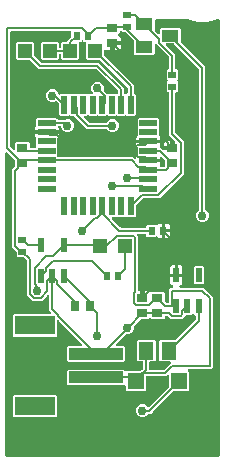
<source format=gbr>
G04 EAGLE Gerber RS-274X export*
G75*
%MOMM*%
%FSLAX34Y34*%
%LPD*%
%INTop Copper*%
%IPPOS*%
%AMOC8*
5,1,8,0,0,1.08239X$1,22.5*%
G01*
%ADD10R,1.200000X1.200000*%
%ADD11R,1.500000X0.550000*%
%ADD12R,0.550000X1.500000*%
%ADD13R,0.600000X0.700000*%
%ADD14R,0.700000X0.600000*%
%ADD15R,0.900000X0.700000*%
%ADD16R,0.550000X1.200000*%
%ADD17R,1.400000X1.400000*%
%ADD18R,0.700000X0.900000*%
%ADD19R,1.300000X1.500000*%
%ADD20R,1.400000X1.000000*%
%ADD21R,4.600000X1.000000*%
%ADD22R,3.400000X1.600000*%
%ADD23C,0.756400*%
%ADD24C,0.203200*%

G36*
X-50038Y-242315D02*
X-50038Y-242315D01*
X-49980Y-242307D01*
X-49922Y-242309D01*
X-49840Y-242287D01*
X-49756Y-242275D01*
X-49703Y-242251D01*
X-49647Y-242237D01*
X-49574Y-242194D01*
X-49497Y-242159D01*
X-49452Y-242121D01*
X-49402Y-242091D01*
X-49344Y-242030D01*
X-49280Y-241975D01*
X-49248Y-241927D01*
X-49208Y-241884D01*
X-49169Y-241809D01*
X-49122Y-241739D01*
X-49105Y-241683D01*
X-49078Y-241631D01*
X-49067Y-241563D01*
X-49037Y-241468D01*
X-49034Y-241368D01*
X-49023Y-241300D01*
X-49023Y127000D01*
X-49031Y127058D01*
X-49029Y127116D01*
X-49051Y127198D01*
X-49063Y127282D01*
X-49086Y127335D01*
X-49101Y127391D01*
X-49144Y127464D01*
X-49179Y127541D01*
X-49217Y127586D01*
X-49246Y127636D01*
X-49308Y127694D01*
X-49362Y127758D01*
X-49411Y127790D01*
X-49454Y127830D01*
X-49529Y127869D01*
X-49599Y127916D01*
X-49655Y127933D01*
X-49707Y127960D01*
X-49775Y127971D01*
X-49870Y128001D01*
X-49970Y128004D01*
X-50038Y128015D01*
X-52122Y128015D01*
X-52218Y128002D01*
X-52315Y127997D01*
X-52353Y127983D01*
X-52404Y127975D01*
X-52561Y127905D01*
X-52630Y127879D01*
X-53205Y127547D01*
X-59989Y125729D01*
X-67011Y125729D01*
X-73795Y127547D01*
X-74370Y127879D01*
X-74460Y127916D01*
X-74547Y127960D01*
X-74587Y127966D01*
X-74634Y127986D01*
X-74805Y128003D01*
X-74878Y128015D01*
X-103060Y128015D01*
X-103118Y128007D01*
X-103176Y128009D01*
X-103258Y127987D01*
X-103342Y127975D01*
X-103395Y127952D01*
X-103451Y127937D01*
X-103524Y127894D01*
X-103601Y127859D01*
X-103646Y127821D01*
X-103696Y127792D01*
X-103754Y127730D01*
X-103818Y127676D01*
X-103850Y127627D01*
X-103890Y127584D01*
X-103929Y127509D01*
X-103976Y127439D01*
X-103993Y127383D01*
X-104020Y127331D01*
X-104031Y127263D01*
X-104061Y127168D01*
X-104064Y127068D01*
X-104075Y127000D01*
X-104075Y119289D01*
X-104063Y119202D01*
X-104060Y119115D01*
X-104043Y119062D01*
X-104035Y119007D01*
X-104000Y118928D01*
X-103973Y118844D01*
X-103945Y118805D01*
X-103919Y118748D01*
X-103823Y118635D01*
X-103778Y118571D01*
X-100858Y115651D01*
X-100834Y115633D01*
X-100815Y115611D01*
X-100721Y115548D01*
X-100631Y115480D01*
X-100603Y115470D01*
X-100579Y115453D01*
X-100471Y115419D01*
X-100365Y115379D01*
X-100336Y115376D01*
X-100308Y115368D01*
X-100194Y115365D01*
X-100082Y115355D01*
X-100053Y115361D01*
X-100024Y115360D01*
X-99914Y115389D01*
X-99803Y115411D01*
X-99777Y115425D01*
X-99749Y115432D01*
X-99651Y115490D01*
X-99551Y115542D01*
X-99529Y115562D01*
X-99504Y115577D01*
X-99427Y115660D01*
X-99345Y115738D01*
X-99330Y115763D01*
X-99310Y115785D01*
X-99258Y115886D01*
X-99201Y115983D01*
X-99194Y116012D01*
X-99180Y116038D01*
X-99167Y116115D01*
X-99131Y116259D01*
X-99133Y116321D01*
X-99125Y116369D01*
X-99125Y119932D01*
X-98232Y120825D01*
X-82968Y120825D01*
X-82075Y119932D01*
X-82075Y109789D01*
X-82063Y109702D01*
X-82060Y109615D01*
X-82043Y109562D01*
X-82035Y109507D01*
X-82000Y109428D01*
X-81973Y109344D01*
X-81945Y109305D01*
X-81919Y109248D01*
X-81823Y109135D01*
X-81778Y109071D01*
X-60959Y88252D01*
X-60959Y-32730D01*
X-60959Y-32732D01*
X-60959Y-32733D01*
X-60939Y-32874D01*
X-60919Y-33012D01*
X-60919Y-33013D01*
X-60919Y-33015D01*
X-60860Y-33144D01*
X-60803Y-33271D01*
X-60802Y-33272D01*
X-60801Y-33274D01*
X-60711Y-33380D01*
X-60620Y-33488D01*
X-60618Y-33489D01*
X-60617Y-33490D01*
X-60605Y-33498D01*
X-60582Y-33513D01*
X-59001Y-35094D01*
X-58193Y-37044D01*
X-58193Y-39156D01*
X-59001Y-41106D01*
X-60494Y-42599D01*
X-62444Y-43407D01*
X-64556Y-43407D01*
X-66506Y-42599D01*
X-67999Y-41106D01*
X-68807Y-39156D01*
X-68807Y-37044D01*
X-67999Y-35094D01*
X-66437Y-33532D01*
X-66423Y-33524D01*
X-66422Y-33522D01*
X-66420Y-33522D01*
X-66322Y-33417D01*
X-66227Y-33317D01*
X-66227Y-33315D01*
X-66226Y-33314D01*
X-66161Y-33189D01*
X-66097Y-33064D01*
X-66097Y-33063D01*
X-66096Y-33061D01*
X-66094Y-33046D01*
X-66042Y-32785D01*
X-66045Y-32755D01*
X-66041Y-32730D01*
X-66041Y85727D01*
X-66053Y85814D01*
X-66056Y85901D01*
X-66073Y85954D01*
X-66081Y86009D01*
X-66116Y86088D01*
X-66143Y86172D01*
X-66171Y86211D01*
X-66197Y86268D01*
X-66293Y86381D01*
X-66338Y86445D01*
X-87371Y107478D01*
X-87441Y107530D01*
X-87505Y107590D01*
X-87554Y107616D01*
X-87598Y107649D01*
X-87680Y107680D01*
X-87758Y107720D01*
X-87805Y107728D01*
X-87864Y107750D01*
X-88012Y107762D01*
X-88089Y107775D01*
X-93623Y107775D01*
X-93652Y107771D01*
X-93682Y107774D01*
X-93793Y107751D01*
X-93905Y107735D01*
X-93931Y107723D01*
X-93960Y107718D01*
X-94061Y107666D01*
X-94164Y107619D01*
X-94187Y107600D01*
X-94213Y107587D01*
X-94295Y107509D01*
X-94381Y107436D01*
X-94397Y107411D01*
X-94419Y107391D01*
X-94476Y107293D01*
X-94539Y107199D01*
X-94548Y107171D01*
X-94562Y107146D01*
X-94590Y107036D01*
X-94625Y106928D01*
X-94625Y106898D01*
X-94632Y106870D01*
X-94629Y106757D01*
X-94632Y106644D01*
X-94624Y106615D01*
X-94623Y106586D01*
X-94589Y106478D01*
X-94560Y106369D01*
X-94545Y106343D01*
X-94536Y106315D01*
X-94490Y106252D01*
X-94415Y106124D01*
X-94369Y106081D01*
X-94341Y106042D01*
X-86359Y98060D01*
X-86359Y86740D01*
X-86351Y86682D01*
X-86353Y86624D01*
X-86331Y86542D01*
X-86319Y86458D01*
X-86296Y86405D01*
X-86281Y86349D01*
X-86238Y86276D01*
X-86203Y86199D01*
X-86165Y86154D01*
X-86136Y86104D01*
X-86074Y86046D01*
X-86020Y85982D01*
X-85971Y85950D01*
X-85928Y85910D01*
X-85853Y85871D01*
X-85783Y85824D01*
X-85727Y85807D01*
X-85675Y85780D01*
X-85607Y85769D01*
X-85512Y85739D01*
X-85412Y85736D01*
X-85344Y85725D01*
X-84768Y85725D01*
X-83875Y84832D01*
X-83875Y77568D01*
X-84526Y76918D01*
X-84561Y76871D01*
X-84603Y76831D01*
X-84646Y76758D01*
X-84697Y76691D01*
X-84717Y76636D01*
X-84747Y76586D01*
X-84768Y76504D01*
X-84798Y76425D01*
X-84803Y76367D01*
X-84817Y76310D01*
X-84814Y76226D01*
X-84821Y76142D01*
X-84810Y76084D01*
X-84808Y76026D01*
X-84782Y75946D01*
X-84766Y75863D01*
X-84739Y75811D01*
X-84721Y75755D01*
X-84681Y75699D01*
X-84635Y75611D01*
X-84566Y75538D01*
X-84526Y75482D01*
X-83875Y74832D01*
X-83875Y67568D01*
X-84768Y66675D01*
X-85344Y66675D01*
X-85402Y66667D01*
X-85460Y66669D01*
X-85542Y66647D01*
X-85626Y66635D01*
X-85679Y66612D01*
X-85735Y66597D01*
X-85808Y66554D01*
X-85885Y66519D01*
X-85930Y66481D01*
X-85980Y66452D01*
X-86038Y66390D01*
X-86102Y66336D01*
X-86134Y66287D01*
X-86174Y66244D01*
X-86213Y66169D01*
X-86260Y66099D01*
X-86277Y66043D01*
X-86304Y65991D01*
X-86315Y65923D01*
X-86345Y65828D01*
X-86348Y65728D01*
X-86359Y65660D01*
X-86359Y32265D01*
X-86347Y32178D01*
X-86344Y32091D01*
X-86327Y32038D01*
X-86319Y31984D01*
X-86284Y31904D01*
X-86257Y31821D01*
X-86229Y31781D01*
X-86203Y31724D01*
X-86107Y31611D01*
X-86062Y31547D01*
X-79319Y24805D01*
X-79319Y-2655D01*
X-99795Y-23131D01*
X-113217Y-23131D01*
X-113304Y-23143D01*
X-113391Y-23146D01*
X-113444Y-23163D01*
X-113499Y-23171D01*
X-113578Y-23206D01*
X-113662Y-23233D01*
X-113701Y-23261D01*
X-113758Y-23287D01*
X-113871Y-23383D01*
X-113935Y-23428D01*
X-119828Y-29321D01*
X-119880Y-29391D01*
X-119940Y-29455D01*
X-119966Y-29504D01*
X-119999Y-29548D01*
X-120030Y-29630D01*
X-120070Y-29708D01*
X-120078Y-29755D01*
X-120100Y-29814D01*
X-120112Y-29962D01*
X-120125Y-30039D01*
X-120125Y-38432D01*
X-121018Y-39325D01*
X-127807Y-39325D01*
X-127842Y-39304D01*
X-127909Y-39253D01*
X-127964Y-39232D01*
X-128014Y-39203D01*
X-128096Y-39182D01*
X-128175Y-39152D01*
X-128233Y-39147D01*
X-128290Y-39133D01*
X-128374Y-39135D01*
X-128458Y-39129D01*
X-128516Y-39140D01*
X-128574Y-39142D01*
X-128654Y-39168D01*
X-128737Y-39184D01*
X-128789Y-39211D01*
X-128845Y-39229D01*
X-128901Y-39269D01*
X-128989Y-39315D01*
X-128999Y-39325D01*
X-135807Y-39325D01*
X-135842Y-39304D01*
X-135909Y-39253D01*
X-135964Y-39232D01*
X-136014Y-39203D01*
X-136096Y-39182D01*
X-136175Y-39152D01*
X-136233Y-39147D01*
X-136290Y-39133D01*
X-136374Y-39135D01*
X-136458Y-39129D01*
X-136516Y-39140D01*
X-136574Y-39142D01*
X-136654Y-39168D01*
X-136737Y-39184D01*
X-136789Y-39211D01*
X-136845Y-39229D01*
X-136901Y-39269D01*
X-136989Y-39315D01*
X-136999Y-39325D01*
X-139173Y-39325D01*
X-139202Y-39329D01*
X-139232Y-39326D01*
X-139343Y-39349D01*
X-139455Y-39365D01*
X-139481Y-39377D01*
X-139510Y-39382D01*
X-139611Y-39434D01*
X-139714Y-39481D01*
X-139737Y-39500D01*
X-139763Y-39513D01*
X-139845Y-39591D01*
X-139931Y-39664D01*
X-139947Y-39689D01*
X-139969Y-39709D01*
X-140026Y-39807D01*
X-140089Y-39901D01*
X-140098Y-39929D01*
X-140112Y-39954D01*
X-140140Y-40064D01*
X-140175Y-40172D01*
X-140175Y-40202D01*
X-140182Y-40230D01*
X-140179Y-40343D01*
X-140182Y-40456D01*
X-140174Y-40485D01*
X-140173Y-40514D01*
X-140139Y-40622D01*
X-140110Y-40731D01*
X-140095Y-40757D01*
X-140086Y-40785D01*
X-140040Y-40848D01*
X-139965Y-40976D01*
X-139919Y-41019D01*
X-139891Y-41058D01*
X-132987Y-47962D01*
X-132917Y-48014D01*
X-132853Y-48074D01*
X-132804Y-48100D01*
X-132760Y-48133D01*
X-132678Y-48164D01*
X-132600Y-48204D01*
X-132553Y-48212D01*
X-132494Y-48234D01*
X-132347Y-48246D01*
X-132269Y-48259D01*
X-112140Y-48259D01*
X-112082Y-48251D01*
X-112024Y-48253D01*
X-111942Y-48231D01*
X-111858Y-48219D01*
X-111805Y-48196D01*
X-111749Y-48181D01*
X-111676Y-48138D01*
X-111599Y-48103D01*
X-111554Y-48065D01*
X-111504Y-48036D01*
X-111446Y-47974D01*
X-111382Y-47920D01*
X-111350Y-47871D01*
X-111310Y-47828D01*
X-111271Y-47753D01*
X-111224Y-47683D01*
X-111207Y-47627D01*
X-111180Y-47575D01*
X-111169Y-47507D01*
X-111139Y-47412D01*
X-111136Y-47312D01*
X-111125Y-47244D01*
X-111125Y-46668D01*
X-110232Y-45775D01*
X-102958Y-45775D01*
X-102949Y-45785D01*
X-102876Y-45828D01*
X-102809Y-45878D01*
X-102755Y-45899D01*
X-102704Y-45929D01*
X-102622Y-45949D01*
X-102543Y-45980D01*
X-102485Y-45984D01*
X-102428Y-45999D01*
X-102344Y-45996D01*
X-102260Y-46003D01*
X-102203Y-45992D01*
X-102144Y-45990D01*
X-102064Y-45964D01*
X-101981Y-45947D01*
X-101930Y-45920D01*
X-101874Y-45902D01*
X-101818Y-45862D01*
X-101729Y-45816D01*
X-101657Y-45748D01*
X-101600Y-45707D01*
X-101160Y-45267D01*
X-100581Y-44932D01*
X-99934Y-44759D01*
X-98099Y-44759D01*
X-98099Y-50316D01*
X-98091Y-50374D01*
X-98093Y-50432D01*
X-98071Y-50514D01*
X-98059Y-50597D01*
X-98036Y-50651D01*
X-98021Y-50707D01*
X-97978Y-50780D01*
X-97969Y-50799D01*
X-98000Y-50845D01*
X-98017Y-50901D01*
X-98044Y-50953D01*
X-98055Y-51021D01*
X-98085Y-51116D01*
X-98088Y-51216D01*
X-98099Y-51284D01*
X-98099Y-56841D01*
X-99934Y-56841D01*
X-100581Y-56668D01*
X-101160Y-56333D01*
X-101600Y-55893D01*
X-101647Y-55857D01*
X-101687Y-55815D01*
X-101760Y-55772D01*
X-101828Y-55722D01*
X-101882Y-55701D01*
X-101933Y-55671D01*
X-102014Y-55651D01*
X-102093Y-55620D01*
X-102152Y-55616D01*
X-102208Y-55601D01*
X-102292Y-55604D01*
X-102377Y-55597D01*
X-102434Y-55608D01*
X-102492Y-55610D01*
X-102573Y-55636D01*
X-102655Y-55653D01*
X-102707Y-55680D01*
X-102763Y-55698D01*
X-102819Y-55738D01*
X-102908Y-55784D01*
X-102951Y-55825D01*
X-110232Y-55825D01*
X-111125Y-54932D01*
X-111125Y-54356D01*
X-111133Y-54298D01*
X-111131Y-54240D01*
X-111153Y-54158D01*
X-111165Y-54074D01*
X-111188Y-54021D01*
X-111203Y-53965D01*
X-111246Y-53892D01*
X-111281Y-53815D01*
X-111319Y-53770D01*
X-111348Y-53720D01*
X-111410Y-53662D01*
X-111464Y-53598D01*
X-111513Y-53566D01*
X-111556Y-53526D01*
X-111631Y-53487D01*
X-111701Y-53440D01*
X-111757Y-53423D01*
X-111809Y-53396D01*
X-111877Y-53385D01*
X-111972Y-53355D01*
X-112072Y-53352D01*
X-112140Y-53341D01*
X-117723Y-53341D01*
X-117752Y-53345D01*
X-117781Y-53342D01*
X-117892Y-53365D01*
X-118004Y-53381D01*
X-118031Y-53393D01*
X-118060Y-53398D01*
X-118161Y-53451D01*
X-118264Y-53497D01*
X-118286Y-53516D01*
X-118312Y-53529D01*
X-118394Y-53607D01*
X-118481Y-53680D01*
X-118497Y-53705D01*
X-118518Y-53725D01*
X-118576Y-53823D01*
X-118638Y-53917D01*
X-118647Y-53945D01*
X-118662Y-53970D01*
X-118690Y-54080D01*
X-118724Y-54188D01*
X-118725Y-54218D01*
X-118732Y-54246D01*
X-118729Y-54359D01*
X-118732Y-54472D01*
X-118724Y-54501D01*
X-118723Y-54530D01*
X-118688Y-54638D01*
X-118660Y-54747D01*
X-118645Y-54773D01*
X-118636Y-54801D01*
X-118590Y-54865D01*
X-118514Y-54992D01*
X-118469Y-55035D01*
X-118441Y-55074D01*
X-118119Y-55395D01*
X-118119Y-100744D01*
X-118111Y-100802D01*
X-118113Y-100860D01*
X-118091Y-100942D01*
X-118079Y-101026D01*
X-118056Y-101079D01*
X-118041Y-101135D01*
X-117998Y-101208D01*
X-117963Y-101285D01*
X-117925Y-101330D01*
X-117896Y-101380D01*
X-117834Y-101438D01*
X-117780Y-101502D01*
X-117731Y-101534D01*
X-117688Y-101574D01*
X-117613Y-101613D01*
X-117543Y-101660D01*
X-117487Y-101677D01*
X-117435Y-101704D01*
X-117367Y-101715D01*
X-117272Y-101745D01*
X-117172Y-101748D01*
X-117104Y-101759D01*
X-116049Y-101759D01*
X-116049Y-107066D01*
X-116041Y-107124D01*
X-116043Y-107182D01*
X-116021Y-107264D01*
X-116009Y-107347D01*
X-115986Y-107401D01*
X-115971Y-107457D01*
X-115928Y-107530D01*
X-115893Y-107607D01*
X-115855Y-107651D01*
X-115826Y-107702D01*
X-115764Y-107759D01*
X-115710Y-107824D01*
X-115661Y-107856D01*
X-115618Y-107896D01*
X-115543Y-107935D01*
X-115473Y-107981D01*
X-115417Y-107999D01*
X-115365Y-108026D01*
X-115297Y-108037D01*
X-115202Y-108067D01*
X-115102Y-108070D01*
X-115034Y-108081D01*
X-113566Y-108081D01*
X-113508Y-108073D01*
X-113450Y-108074D01*
X-113368Y-108053D01*
X-113284Y-108041D01*
X-113231Y-108017D01*
X-113175Y-108003D01*
X-113102Y-107959D01*
X-113025Y-107925D01*
X-112980Y-107887D01*
X-112930Y-107857D01*
X-112872Y-107796D01*
X-112808Y-107741D01*
X-112776Y-107693D01*
X-112736Y-107650D01*
X-112697Y-107575D01*
X-112650Y-107505D01*
X-112633Y-107449D01*
X-112606Y-107397D01*
X-112595Y-107329D01*
X-112565Y-107234D01*
X-112562Y-107134D01*
X-112551Y-107066D01*
X-112551Y-101759D01*
X-109466Y-101759D01*
X-108819Y-101932D01*
X-108240Y-102267D01*
X-107949Y-102557D01*
X-107903Y-102592D01*
X-107862Y-102635D01*
X-107789Y-102678D01*
X-107722Y-102728D01*
X-107668Y-102749D01*
X-107617Y-102779D01*
X-107535Y-102800D01*
X-107457Y-102830D01*
X-107398Y-102834D01*
X-107341Y-102849D01*
X-107257Y-102846D01*
X-107173Y-102853D01*
X-107116Y-102842D01*
X-107057Y-102840D01*
X-106977Y-102814D01*
X-106895Y-102797D01*
X-106852Y-102775D01*
X-96468Y-102775D01*
X-95575Y-103668D01*
X-95575Y-109811D01*
X-95563Y-109898D01*
X-95560Y-109985D01*
X-95543Y-110038D01*
X-95535Y-110093D01*
X-95500Y-110172D01*
X-95473Y-110256D01*
X-95445Y-110295D01*
X-95419Y-110352D01*
X-95323Y-110465D01*
X-95278Y-110529D01*
X-94044Y-111763D01*
X-93974Y-111815D01*
X-93910Y-111875D01*
X-93861Y-111901D01*
X-93817Y-111934D01*
X-93735Y-111965D01*
X-93657Y-112005D01*
X-93610Y-112013D01*
X-93551Y-112035D01*
X-93403Y-112047D01*
X-93326Y-112060D01*
X-92456Y-112060D01*
X-92398Y-112052D01*
X-92340Y-112054D01*
X-92258Y-112032D01*
X-92174Y-112020D01*
X-92121Y-111997D01*
X-92065Y-111982D01*
X-91992Y-111939D01*
X-91915Y-111904D01*
X-91870Y-111866D01*
X-91820Y-111837D01*
X-91762Y-111775D01*
X-91698Y-111721D01*
X-91666Y-111672D01*
X-91626Y-111629D01*
X-91587Y-111554D01*
X-91540Y-111484D01*
X-91523Y-111428D01*
X-91496Y-111376D01*
X-91485Y-111308D01*
X-91455Y-111213D01*
X-91452Y-111113D01*
X-91441Y-111045D01*
X-91441Y-100548D01*
X-89952Y-99059D01*
X-89332Y-99059D01*
X-89322Y-99058D01*
X-89313Y-99059D01*
X-89182Y-99038D01*
X-89051Y-99019D01*
X-89042Y-99015D01*
X-89032Y-99014D01*
X-88912Y-98957D01*
X-88791Y-98903D01*
X-88784Y-98897D01*
X-88775Y-98893D01*
X-88675Y-98805D01*
X-88574Y-98720D01*
X-88569Y-98711D01*
X-88561Y-98705D01*
X-88490Y-98593D01*
X-88417Y-98483D01*
X-88414Y-98474D01*
X-88408Y-98465D01*
X-88371Y-98338D01*
X-88331Y-98212D01*
X-88331Y-98202D01*
X-88328Y-98193D01*
X-88327Y-98060D01*
X-88324Y-97928D01*
X-88326Y-97918D01*
X-88326Y-97908D01*
X-88362Y-97780D01*
X-88395Y-97653D01*
X-88400Y-97644D01*
X-88403Y-97635D01*
X-88473Y-97522D01*
X-88541Y-97408D01*
X-88548Y-97401D01*
X-88553Y-97393D01*
X-88651Y-97305D01*
X-88748Y-97214D01*
X-88757Y-97209D01*
X-88764Y-97203D01*
X-88815Y-97179D01*
X-89001Y-97084D01*
X-89037Y-97078D01*
X-89069Y-97063D01*
X-89431Y-96967D01*
X-90010Y-96632D01*
X-90483Y-96159D01*
X-90818Y-95580D01*
X-90991Y-94933D01*
X-90991Y-89973D01*
X-86059Y-89973D01*
X-86001Y-89965D01*
X-85943Y-89967D01*
X-85861Y-89945D01*
X-85778Y-89933D01*
X-85724Y-89910D01*
X-85700Y-89903D01*
X-85672Y-89918D01*
X-85604Y-89929D01*
X-85509Y-89959D01*
X-85409Y-89962D01*
X-85341Y-89973D01*
X-80409Y-89973D01*
X-80409Y-94933D01*
X-80582Y-95580D01*
X-80917Y-96159D01*
X-81390Y-96632D01*
X-81969Y-96967D01*
X-82331Y-97063D01*
X-82340Y-97067D01*
X-82349Y-97069D01*
X-82470Y-97123D01*
X-82592Y-97175D01*
X-82600Y-97181D01*
X-82609Y-97185D01*
X-82710Y-97271D01*
X-82813Y-97354D01*
X-82818Y-97362D01*
X-82826Y-97369D01*
X-82899Y-97479D01*
X-82975Y-97588D01*
X-82978Y-97597D01*
X-82983Y-97605D01*
X-83023Y-97731D01*
X-83066Y-97857D01*
X-83066Y-97867D01*
X-83069Y-97876D01*
X-83072Y-98009D01*
X-83078Y-98141D01*
X-83076Y-98150D01*
X-83076Y-98160D01*
X-83043Y-98289D01*
X-83012Y-98417D01*
X-83007Y-98426D01*
X-83005Y-98435D01*
X-82937Y-98549D01*
X-82871Y-98665D01*
X-82864Y-98671D01*
X-82859Y-98680D01*
X-82763Y-98770D01*
X-82668Y-98863D01*
X-82659Y-98868D01*
X-82652Y-98874D01*
X-82534Y-98935D01*
X-82417Y-98997D01*
X-82408Y-98999D01*
X-82399Y-99004D01*
X-82343Y-99013D01*
X-82139Y-99057D01*
X-82103Y-99053D01*
X-82068Y-99059D01*
X-62448Y-99059D01*
X-54609Y-106898D01*
X-54609Y-166152D01*
X-56098Y-167641D01*
X-74652Y-167641D01*
X-74681Y-167645D01*
X-74710Y-167642D01*
X-74821Y-167665D01*
X-74933Y-167681D01*
X-74960Y-167693D01*
X-74989Y-167698D01*
X-75090Y-167751D01*
X-75193Y-167797D01*
X-75215Y-167816D01*
X-75241Y-167829D01*
X-75323Y-167907D01*
X-75410Y-167980D01*
X-75426Y-168005D01*
X-75447Y-168025D01*
X-75505Y-168123D01*
X-75567Y-168217D01*
X-75576Y-168245D01*
X-75591Y-168270D01*
X-75619Y-168380D01*
X-75653Y-168488D01*
X-75654Y-168518D01*
X-75661Y-168546D01*
X-75658Y-168659D01*
X-75661Y-168772D01*
X-75653Y-168801D01*
X-75652Y-168830D01*
X-75617Y-168938D01*
X-75589Y-169047D01*
X-75574Y-169073D01*
X-75565Y-169101D01*
X-75519Y-169165D01*
X-75443Y-169292D01*
X-75398Y-169335D01*
X-75370Y-169374D01*
X-74575Y-170168D01*
X-74575Y-185432D01*
X-75468Y-186325D01*
X-87611Y-186325D01*
X-87698Y-186337D01*
X-87785Y-186340D01*
X-87838Y-186357D01*
X-87893Y-186365D01*
X-87972Y-186400D01*
X-88056Y-186427D01*
X-88095Y-186455D01*
X-88152Y-186481D01*
X-88265Y-186577D01*
X-88329Y-186622D01*
X-105662Y-203955D01*
X-107448Y-205741D01*
X-108930Y-205741D01*
X-108932Y-205741D01*
X-108933Y-205741D01*
X-109074Y-205761D01*
X-109212Y-205781D01*
X-109213Y-205781D01*
X-109215Y-205781D01*
X-109344Y-205840D01*
X-109471Y-205897D01*
X-109472Y-205898D01*
X-109474Y-205899D01*
X-109580Y-205989D01*
X-109688Y-206080D01*
X-109689Y-206082D01*
X-109690Y-206083D01*
X-109698Y-206095D01*
X-109713Y-206118D01*
X-111294Y-207699D01*
X-113244Y-208507D01*
X-115356Y-208507D01*
X-117306Y-207699D01*
X-118799Y-206206D01*
X-119607Y-204256D01*
X-119607Y-202144D01*
X-118799Y-200194D01*
X-117306Y-198701D01*
X-115356Y-197893D01*
X-113244Y-197893D01*
X-111294Y-198701D01*
X-110162Y-199833D01*
X-110115Y-199868D01*
X-110075Y-199911D01*
X-110002Y-199953D01*
X-109935Y-200004D01*
X-109880Y-200025D01*
X-109830Y-200054D01*
X-109748Y-200075D01*
X-109669Y-200105D01*
X-109611Y-200110D01*
X-109554Y-200124D01*
X-109470Y-200122D01*
X-109386Y-200129D01*
X-109329Y-200117D01*
X-109270Y-200115D01*
X-109190Y-200090D01*
X-109107Y-200073D01*
X-109055Y-200046D01*
X-109000Y-200028D01*
X-108943Y-199988D01*
X-108855Y-199942D01*
X-108782Y-199873D01*
X-108726Y-199833D01*
X-91922Y-183029D01*
X-91870Y-182959D01*
X-91810Y-182895D01*
X-91784Y-182846D01*
X-91751Y-182802D01*
X-91720Y-182720D01*
X-91680Y-182642D01*
X-91672Y-182595D01*
X-91650Y-182536D01*
X-91638Y-182388D01*
X-91625Y-182311D01*
X-91625Y-173869D01*
X-91629Y-173840D01*
X-91626Y-173811D01*
X-91649Y-173700D01*
X-91665Y-173587D01*
X-91677Y-173561D01*
X-91682Y-173532D01*
X-91735Y-173431D01*
X-91781Y-173328D01*
X-91800Y-173306D01*
X-91813Y-173280D01*
X-91891Y-173197D01*
X-91964Y-173111D01*
X-91989Y-173095D01*
X-92009Y-173073D01*
X-92107Y-173016D01*
X-92201Y-172953D01*
X-92229Y-172945D01*
X-92254Y-172930D01*
X-92364Y-172902D01*
X-92472Y-172868D01*
X-92502Y-172867D01*
X-92530Y-172860D01*
X-92643Y-172863D01*
X-92756Y-172860D01*
X-92785Y-172868D01*
X-92814Y-172869D01*
X-92922Y-172904D01*
X-93031Y-172932D01*
X-93057Y-172947D01*
X-93085Y-172956D01*
X-93149Y-173002D01*
X-93276Y-173077D01*
X-93319Y-173123D01*
X-93358Y-173151D01*
X-94198Y-173991D01*
X-110560Y-173991D01*
X-110618Y-173999D01*
X-110676Y-173997D01*
X-110758Y-174019D01*
X-110842Y-174031D01*
X-110895Y-174054D01*
X-110951Y-174069D01*
X-111024Y-174112D01*
X-111101Y-174147D01*
X-111146Y-174185D01*
X-111196Y-174214D01*
X-111254Y-174276D01*
X-111318Y-174330D01*
X-111350Y-174379D01*
X-111390Y-174422D01*
X-111429Y-174497D01*
X-111476Y-174567D01*
X-111493Y-174623D01*
X-111520Y-174675D01*
X-111531Y-174743D01*
X-111561Y-174838D01*
X-111564Y-174938D01*
X-111575Y-175006D01*
X-111575Y-185432D01*
X-112468Y-186325D01*
X-127732Y-186325D01*
X-128625Y-185432D01*
X-128625Y-182640D01*
X-128633Y-182582D01*
X-128631Y-182524D01*
X-128653Y-182442D01*
X-128665Y-182358D01*
X-128688Y-182305D01*
X-128703Y-182249D01*
X-128746Y-182176D01*
X-128781Y-182099D01*
X-128819Y-182054D01*
X-128848Y-182004D01*
X-128910Y-181946D01*
X-128964Y-181882D01*
X-129013Y-181850D01*
X-129056Y-181810D01*
X-129131Y-181771D01*
X-129201Y-181724D01*
X-129257Y-181707D01*
X-129309Y-181680D01*
X-129377Y-181669D01*
X-129472Y-181639D01*
X-129572Y-181636D01*
X-129640Y-181625D01*
X-177132Y-181625D01*
X-178025Y-180732D01*
X-178025Y-169468D01*
X-177132Y-168575D01*
X-129868Y-168575D01*
X-129168Y-169276D01*
X-129121Y-169311D01*
X-129081Y-169353D01*
X-129008Y-169396D01*
X-128941Y-169447D01*
X-128886Y-169468D01*
X-128836Y-169497D01*
X-128754Y-169518D01*
X-128675Y-169548D01*
X-128617Y-169553D01*
X-128560Y-169567D01*
X-128476Y-169564D01*
X-128392Y-169571D01*
X-128334Y-169560D01*
X-128276Y-169558D01*
X-128196Y-169532D01*
X-128113Y-169516D01*
X-128061Y-169489D01*
X-128005Y-169471D01*
X-127949Y-169431D01*
X-127861Y-169385D01*
X-127788Y-169316D01*
X-127732Y-169276D01*
X-127732Y-169275D01*
X-116202Y-169275D01*
X-116093Y-169260D01*
X-115983Y-169251D01*
X-115953Y-169240D01*
X-115921Y-169235D01*
X-115820Y-169190D01*
X-115717Y-169152D01*
X-115694Y-169134D01*
X-115661Y-169119D01*
X-115487Y-168972D01*
X-115453Y-168945D01*
X-115420Y-168909D01*
X-115223Y-168909D01*
X-115136Y-168897D01*
X-115049Y-168894D01*
X-114996Y-168877D01*
X-114941Y-168869D01*
X-114862Y-168834D01*
X-114778Y-168807D01*
X-114739Y-168779D01*
X-114682Y-168753D01*
X-114569Y-168657D01*
X-114505Y-168612D01*
X-113938Y-168045D01*
X-113885Y-167975D01*
X-113826Y-167911D01*
X-113800Y-167862D01*
X-113767Y-167818D01*
X-113736Y-167736D01*
X-113696Y-167658D01*
X-113688Y-167611D01*
X-113666Y-167552D01*
X-113654Y-167404D01*
X-113641Y-167327D01*
X-113641Y-162440D01*
X-113649Y-162382D01*
X-113647Y-162324D01*
X-113669Y-162242D01*
X-113681Y-162158D01*
X-113704Y-162105D01*
X-113719Y-162049D01*
X-113762Y-161976D01*
X-113797Y-161899D01*
X-113835Y-161854D01*
X-113864Y-161804D01*
X-113926Y-161746D01*
X-113980Y-161682D01*
X-114029Y-161650D01*
X-114072Y-161610D01*
X-114147Y-161571D01*
X-114217Y-161524D01*
X-114273Y-161507D01*
X-114325Y-161480D01*
X-114393Y-161469D01*
X-114488Y-161439D01*
X-114588Y-161436D01*
X-114656Y-161425D01*
X-118232Y-161425D01*
X-119125Y-160532D01*
X-119125Y-144268D01*
X-118232Y-143375D01*
X-103968Y-143375D01*
X-103075Y-144268D01*
X-103075Y-160532D01*
X-103968Y-161425D01*
X-107544Y-161425D01*
X-107602Y-161433D01*
X-107660Y-161431D01*
X-107742Y-161453D01*
X-107826Y-161465D01*
X-107879Y-161488D01*
X-107935Y-161503D01*
X-108008Y-161546D01*
X-108085Y-161581D01*
X-108130Y-161619D01*
X-108180Y-161648D01*
X-108238Y-161710D01*
X-108302Y-161764D01*
X-108334Y-161813D01*
X-108374Y-161856D01*
X-108413Y-161931D01*
X-108460Y-162001D01*
X-108477Y-162057D01*
X-108504Y-162109D01*
X-108515Y-162177D01*
X-108545Y-162272D01*
X-108548Y-162372D01*
X-108559Y-162440D01*
X-108559Y-167894D01*
X-108551Y-167952D01*
X-108553Y-168010D01*
X-108531Y-168092D01*
X-108519Y-168176D01*
X-108496Y-168229D01*
X-108481Y-168285D01*
X-108438Y-168358D01*
X-108403Y-168435D01*
X-108365Y-168480D01*
X-108336Y-168530D01*
X-108274Y-168588D01*
X-108220Y-168652D01*
X-108171Y-168684D01*
X-108128Y-168724D01*
X-108053Y-168763D01*
X-107983Y-168810D01*
X-107927Y-168827D01*
X-107875Y-168854D01*
X-107807Y-168865D01*
X-107712Y-168895D01*
X-107612Y-168898D01*
X-107544Y-168909D01*
X-96723Y-168909D01*
X-96636Y-168897D01*
X-96549Y-168894D01*
X-96496Y-168877D01*
X-96441Y-168869D01*
X-96362Y-168834D01*
X-96278Y-168807D01*
X-96239Y-168779D01*
X-96182Y-168753D01*
X-96069Y-168657D01*
X-96005Y-168612D01*
X-91738Y-164345D01*
X-90551Y-163158D01*
X-90533Y-163134D01*
X-90511Y-163115D01*
X-90448Y-163021D01*
X-90380Y-162931D01*
X-90370Y-162903D01*
X-90353Y-162879D01*
X-90319Y-162771D01*
X-90279Y-162665D01*
X-90276Y-162636D01*
X-90268Y-162608D01*
X-90265Y-162494D01*
X-90255Y-162382D01*
X-90261Y-162353D01*
X-90260Y-162324D01*
X-90289Y-162214D01*
X-90311Y-162103D01*
X-90325Y-162077D01*
X-90332Y-162049D01*
X-90390Y-161951D01*
X-90442Y-161851D01*
X-90462Y-161829D01*
X-90477Y-161804D01*
X-90560Y-161727D01*
X-90638Y-161645D01*
X-90663Y-161630D01*
X-90685Y-161610D01*
X-90786Y-161558D01*
X-90883Y-161501D01*
X-90912Y-161494D01*
X-90938Y-161480D01*
X-91015Y-161467D01*
X-91159Y-161431D01*
X-91221Y-161433D01*
X-91269Y-161425D01*
X-99232Y-161425D01*
X-100125Y-160532D01*
X-100125Y-144268D01*
X-99232Y-143375D01*
X-87089Y-143375D01*
X-87002Y-143363D01*
X-86915Y-143360D01*
X-86862Y-143343D01*
X-86807Y-143335D01*
X-86728Y-143300D01*
X-86644Y-143273D01*
X-86605Y-143245D01*
X-86548Y-143219D01*
X-86435Y-143123D01*
X-86371Y-143078D01*
X-69538Y-126245D01*
X-69486Y-126175D01*
X-69426Y-126111D01*
X-69400Y-126062D01*
X-69367Y-126018D01*
X-69336Y-125936D01*
X-69296Y-125858D01*
X-69288Y-125811D01*
X-69266Y-125752D01*
X-69254Y-125604D01*
X-69241Y-125527D01*
X-69241Y-123141D01*
X-69249Y-123083D01*
X-69247Y-123025D01*
X-69269Y-122943D01*
X-69281Y-122859D01*
X-69304Y-122806D01*
X-69319Y-122750D01*
X-69362Y-122677D01*
X-69397Y-122600D01*
X-69435Y-122555D01*
X-69464Y-122505D01*
X-69526Y-122447D01*
X-69580Y-122383D01*
X-69629Y-122351D01*
X-69672Y-122311D01*
X-69747Y-122272D01*
X-69817Y-122225D01*
X-69873Y-122208D01*
X-69925Y-122181D01*
X-69993Y-122170D01*
X-70058Y-122149D01*
X-70732Y-121475D01*
X-70779Y-121440D01*
X-70819Y-121398D01*
X-70892Y-121355D01*
X-70959Y-121304D01*
X-71014Y-121284D01*
X-71064Y-121254D01*
X-71146Y-121233D01*
X-71225Y-121203D01*
X-71283Y-121198D01*
X-71340Y-121184D01*
X-71424Y-121187D01*
X-71508Y-121180D01*
X-71566Y-121191D01*
X-71624Y-121193D01*
X-71704Y-121219D01*
X-71787Y-121235D01*
X-71839Y-121262D01*
X-71895Y-121280D01*
X-71951Y-121320D01*
X-72039Y-121366D01*
X-72112Y-121435D01*
X-72168Y-121475D01*
X-72818Y-122126D01*
X-76869Y-122126D01*
X-76956Y-122138D01*
X-77043Y-122141D01*
X-77096Y-122158D01*
X-77150Y-122166D01*
X-77230Y-122201D01*
X-77313Y-122228D01*
X-77353Y-122256D01*
X-77410Y-122282D01*
X-77523Y-122378D01*
X-77587Y-122423D01*
X-80845Y-125682D01*
X-90555Y-125682D01*
X-92598Y-123638D01*
X-92668Y-123586D01*
X-92732Y-123526D01*
X-92781Y-123500D01*
X-92825Y-123467D01*
X-92907Y-123436D01*
X-92985Y-123396D01*
X-93033Y-123388D01*
X-93091Y-123366D01*
X-93239Y-123354D01*
X-93316Y-123341D01*
X-94560Y-123341D01*
X-94618Y-123349D01*
X-94676Y-123347D01*
X-94758Y-123369D01*
X-94842Y-123381D01*
X-94895Y-123404D01*
X-94951Y-123419D01*
X-95024Y-123462D01*
X-95101Y-123497D01*
X-95146Y-123535D01*
X-95196Y-123564D01*
X-95254Y-123626D01*
X-95318Y-123680D01*
X-95350Y-123729D01*
X-95390Y-123772D01*
X-95429Y-123847D01*
X-95476Y-123917D01*
X-95493Y-123973D01*
X-95520Y-124025D01*
X-95531Y-124093D01*
X-95561Y-124188D01*
X-95564Y-124288D01*
X-95575Y-124356D01*
X-95575Y-124932D01*
X-96468Y-125825D01*
X-106732Y-125825D01*
X-107232Y-125324D01*
X-107279Y-125289D01*
X-107319Y-125247D01*
X-107392Y-125204D01*
X-107459Y-125153D01*
X-107514Y-125132D01*
X-107564Y-125103D01*
X-107646Y-125082D01*
X-107725Y-125052D01*
X-107783Y-125047D01*
X-107840Y-125033D01*
X-107924Y-125036D01*
X-108008Y-125029D01*
X-108066Y-125040D01*
X-108124Y-125042D01*
X-108204Y-125068D01*
X-108287Y-125084D01*
X-108339Y-125111D01*
X-108395Y-125129D01*
X-108451Y-125169D01*
X-108539Y-125215D01*
X-108612Y-125284D01*
X-108668Y-125324D01*
X-109168Y-125825D01*
X-115311Y-125825D01*
X-115398Y-125837D01*
X-115485Y-125840D01*
X-115538Y-125857D01*
X-115593Y-125865D01*
X-115672Y-125900D01*
X-115756Y-125927D01*
X-115795Y-125955D01*
X-115852Y-125981D01*
X-115965Y-126077D01*
X-116029Y-126122D01*
X-121396Y-131489D01*
X-121448Y-131559D01*
X-121508Y-131623D01*
X-121534Y-131672D01*
X-121567Y-131716D01*
X-121598Y-131798D01*
X-121638Y-131876D01*
X-121646Y-131923D01*
X-121668Y-131982D01*
X-121680Y-132130D01*
X-121693Y-132207D01*
X-121693Y-134406D01*
X-122501Y-136356D01*
X-123994Y-137849D01*
X-125944Y-138657D01*
X-128143Y-138657D01*
X-128230Y-138669D01*
X-128317Y-138672D01*
X-128370Y-138689D01*
X-128425Y-138697D01*
X-128504Y-138732D01*
X-128588Y-138759D01*
X-128627Y-138787D01*
X-128684Y-138813D01*
X-128797Y-138909D01*
X-128861Y-138954D01*
X-136749Y-146842D01*
X-136767Y-146866D01*
X-136789Y-146885D01*
X-136852Y-146979D01*
X-136920Y-147069D01*
X-136930Y-147097D01*
X-136947Y-147121D01*
X-136981Y-147229D01*
X-137021Y-147335D01*
X-137024Y-147364D01*
X-137032Y-147392D01*
X-137035Y-147506D01*
X-137045Y-147618D01*
X-137039Y-147647D01*
X-137040Y-147676D01*
X-137011Y-147786D01*
X-136989Y-147897D01*
X-136975Y-147923D01*
X-136968Y-147951D01*
X-136910Y-148049D01*
X-136858Y-148149D01*
X-136838Y-148171D01*
X-136823Y-148196D01*
X-136740Y-148273D01*
X-136662Y-148355D01*
X-136637Y-148370D01*
X-136615Y-148390D01*
X-136514Y-148442D01*
X-136417Y-148499D01*
X-136388Y-148506D01*
X-136362Y-148520D01*
X-136285Y-148533D01*
X-136141Y-148569D01*
X-136079Y-148567D01*
X-136031Y-148575D01*
X-129868Y-148575D01*
X-128975Y-149468D01*
X-128975Y-160732D01*
X-129868Y-161625D01*
X-177132Y-161625D01*
X-178025Y-160732D01*
X-178025Y-149468D01*
X-177132Y-148575D01*
X-166069Y-148575D01*
X-166040Y-148571D01*
X-166011Y-148574D01*
X-165900Y-148551D01*
X-165787Y-148535D01*
X-165761Y-148523D01*
X-165732Y-148518D01*
X-165631Y-148466D01*
X-165528Y-148419D01*
X-165506Y-148400D01*
X-165480Y-148387D01*
X-165397Y-148309D01*
X-165311Y-148236D01*
X-165295Y-148211D01*
X-165273Y-148191D01*
X-165216Y-148093D01*
X-165153Y-147999D01*
X-165145Y-147971D01*
X-165130Y-147946D01*
X-165102Y-147836D01*
X-165068Y-147728D01*
X-165067Y-147698D01*
X-165060Y-147670D01*
X-165063Y-147557D01*
X-165060Y-147444D01*
X-165068Y-147415D01*
X-165069Y-147386D01*
X-165104Y-147278D01*
X-165132Y-147169D01*
X-165147Y-147143D01*
X-165156Y-147115D01*
X-165202Y-147052D01*
X-165277Y-146924D01*
X-165323Y-146881D01*
X-165351Y-146842D01*
X-185242Y-126951D01*
X-185266Y-126933D01*
X-185285Y-126911D01*
X-185379Y-126848D01*
X-185469Y-126780D01*
X-185497Y-126770D01*
X-185521Y-126753D01*
X-185629Y-126719D01*
X-185735Y-126679D01*
X-185764Y-126676D01*
X-185792Y-126668D01*
X-185906Y-126665D01*
X-186018Y-126655D01*
X-186047Y-126661D01*
X-186076Y-126660D01*
X-186186Y-126689D01*
X-186297Y-126711D01*
X-186323Y-126725D01*
X-186351Y-126732D01*
X-186449Y-126790D01*
X-186549Y-126842D01*
X-186571Y-126862D01*
X-186596Y-126877D01*
X-186673Y-126960D01*
X-186755Y-127038D01*
X-186770Y-127063D01*
X-186790Y-127085D01*
X-186842Y-127186D01*
X-186899Y-127283D01*
X-186906Y-127312D01*
X-186920Y-127338D01*
X-186933Y-127415D01*
X-186969Y-127559D01*
X-186967Y-127621D01*
X-186975Y-127669D01*
X-186975Y-139732D01*
X-187868Y-140625D01*
X-223132Y-140625D01*
X-224025Y-139732D01*
X-224025Y-122468D01*
X-223132Y-121575D01*
X-192477Y-121575D01*
X-192448Y-121571D01*
X-192418Y-121574D01*
X-192307Y-121551D01*
X-192195Y-121535D01*
X-192169Y-121523D01*
X-192140Y-121518D01*
X-192039Y-121465D01*
X-191936Y-121419D01*
X-191913Y-121400D01*
X-191887Y-121387D01*
X-191805Y-121309D01*
X-191719Y-121236D01*
X-191703Y-121211D01*
X-191681Y-121191D01*
X-191624Y-121093D01*
X-191561Y-120999D01*
X-191552Y-120971D01*
X-191538Y-120946D01*
X-191510Y-120836D01*
X-191475Y-120728D01*
X-191475Y-120698D01*
X-191468Y-120670D01*
X-191471Y-120557D01*
X-191468Y-120444D01*
X-191476Y-120415D01*
X-191477Y-120386D01*
X-191511Y-120278D01*
X-191540Y-120169D01*
X-191555Y-120143D01*
X-191564Y-120115D01*
X-191610Y-120051D01*
X-191685Y-119924D01*
X-191731Y-119881D01*
X-191759Y-119842D01*
X-193041Y-118560D01*
X-193041Y-106426D01*
X-193045Y-106396D01*
X-193042Y-106367D01*
X-193065Y-106256D01*
X-193081Y-106144D01*
X-193093Y-106117D01*
X-193098Y-106089D01*
X-193150Y-105988D01*
X-193197Y-105885D01*
X-193216Y-105862D01*
X-193229Y-105836D01*
X-193307Y-105754D01*
X-193380Y-105668D01*
X-193405Y-105651D01*
X-193425Y-105630D01*
X-193523Y-105573D01*
X-193617Y-105510D01*
X-193645Y-105501D01*
X-193670Y-105486D01*
X-193780Y-105459D01*
X-193888Y-105424D01*
X-193918Y-105424D01*
X-193946Y-105416D01*
X-194059Y-105420D01*
X-194172Y-105417D01*
X-194201Y-105424D01*
X-194230Y-105425D01*
X-194338Y-105460D01*
X-194447Y-105489D01*
X-194473Y-105504D01*
X-194501Y-105513D01*
X-194564Y-105558D01*
X-194692Y-105634D01*
X-194735Y-105680D01*
X-194774Y-105708D01*
X-199529Y-110463D01*
X-206871Y-110463D01*
X-212063Y-105271D01*
X-212063Y-76351D01*
X-212075Y-76264D01*
X-212078Y-76177D01*
X-212095Y-76124D01*
X-212103Y-76069D01*
X-212138Y-75990D01*
X-212165Y-75906D01*
X-212193Y-75867D01*
X-212219Y-75810D01*
X-212315Y-75697D01*
X-212360Y-75633D01*
X-214671Y-73322D01*
X-214741Y-73270D01*
X-214805Y-73210D01*
X-214854Y-73184D01*
X-214898Y-73151D01*
X-214980Y-73120D01*
X-215058Y-73080D01*
X-215105Y-73072D01*
X-215164Y-73050D01*
X-215312Y-73038D01*
X-215389Y-73025D01*
X-220032Y-73025D01*
X-220925Y-72132D01*
X-220925Y-68839D01*
X-220937Y-68752D01*
X-220940Y-68665D01*
X-220957Y-68612D01*
X-220965Y-68557D01*
X-221000Y-68478D01*
X-221027Y-68394D01*
X-221055Y-68355D01*
X-221081Y-68298D01*
X-221177Y-68185D01*
X-221222Y-68121D01*
X-224791Y-64552D01*
X-224791Y1052D01*
X-223005Y2838D01*
X-222222Y3621D01*
X-222170Y3691D01*
X-222110Y3755D01*
X-222084Y3804D01*
X-222051Y3848D01*
X-222020Y3930D01*
X-221980Y4008D01*
X-221972Y4055D01*
X-221950Y4114D01*
X-221942Y4213D01*
X-221939Y4223D01*
X-221938Y4261D01*
X-221938Y4262D01*
X-221925Y4339D01*
X-221925Y8361D01*
X-221937Y8448D01*
X-221940Y8535D01*
X-221957Y8588D01*
X-221965Y8643D01*
X-222000Y8722D01*
X-222027Y8806D01*
X-222055Y8845D01*
X-222081Y8902D01*
X-222177Y9015D01*
X-222222Y9079D01*
X-228644Y15501D01*
X-228668Y15519D01*
X-228687Y15541D01*
X-228781Y15604D01*
X-228871Y15672D01*
X-228899Y15682D01*
X-228923Y15699D01*
X-229031Y15733D01*
X-229137Y15773D01*
X-229166Y15776D01*
X-229194Y15784D01*
X-229308Y15787D01*
X-229420Y15797D01*
X-229449Y15791D01*
X-229478Y15792D01*
X-229588Y15763D01*
X-229699Y15741D01*
X-229725Y15727D01*
X-229753Y15720D01*
X-229851Y15662D01*
X-229951Y15610D01*
X-229973Y15590D01*
X-229998Y15575D01*
X-230075Y15492D01*
X-230157Y15414D01*
X-230172Y15389D01*
X-230192Y15367D01*
X-230244Y15266D01*
X-230301Y15169D01*
X-230308Y15140D01*
X-230322Y15114D01*
X-230335Y15037D01*
X-230371Y14893D01*
X-230369Y14831D01*
X-230377Y14783D01*
X-230377Y-241300D01*
X-230369Y-241358D01*
X-230371Y-241416D01*
X-230349Y-241498D01*
X-230337Y-241582D01*
X-230314Y-241635D01*
X-230299Y-241691D01*
X-230256Y-241764D01*
X-230221Y-241841D01*
X-230183Y-241886D01*
X-230154Y-241936D01*
X-230092Y-241994D01*
X-230038Y-242058D01*
X-229989Y-242090D01*
X-229946Y-242130D01*
X-229871Y-242169D01*
X-229801Y-242216D01*
X-229745Y-242233D01*
X-229693Y-242260D01*
X-229625Y-242271D01*
X-229530Y-242301D01*
X-229430Y-242304D01*
X-229362Y-242315D01*
X-50038Y-242315D01*
G37*
G36*
X-120369Y9935D02*
X-120369Y9935D01*
X-120340Y9934D01*
X-120230Y9963D01*
X-120119Y9985D01*
X-120093Y9999D01*
X-120065Y10006D01*
X-119967Y10064D01*
X-119867Y10116D01*
X-119845Y10136D01*
X-119820Y10151D01*
X-119743Y10234D01*
X-119661Y10312D01*
X-119646Y10337D01*
X-119626Y10359D01*
X-119574Y10459D01*
X-119517Y10557D01*
X-119510Y10586D01*
X-119496Y10612D01*
X-119483Y10689D01*
X-119447Y10833D01*
X-119449Y10895D01*
X-119441Y10943D01*
X-119441Y11785D01*
X-119268Y12431D01*
X-118933Y13010D01*
X-118722Y13221D01*
X-118670Y13291D01*
X-118610Y13355D01*
X-118584Y13404D01*
X-118551Y13448D01*
X-118520Y13530D01*
X-118480Y13608D01*
X-118472Y13655D01*
X-118450Y13714D01*
X-118438Y13862D01*
X-118425Y13939D01*
X-118425Y19461D01*
X-118437Y19548D01*
X-118440Y19635D01*
X-118457Y19688D01*
X-118465Y19743D01*
X-118500Y19822D01*
X-118527Y19906D01*
X-118555Y19945D01*
X-118581Y20002D01*
X-118677Y20115D01*
X-118722Y20179D01*
X-118933Y20390D01*
X-119268Y20969D01*
X-119441Y21616D01*
X-119441Y23326D01*
X-109759Y23326D01*
X-109701Y23334D01*
X-109643Y23332D01*
X-109561Y23354D01*
X-109478Y23366D01*
X-109424Y23389D01*
X-109400Y23396D01*
X-109372Y23381D01*
X-109304Y23370D01*
X-109209Y23340D01*
X-109109Y23337D01*
X-109041Y23326D01*
X-99359Y23326D01*
X-99359Y21616D01*
X-99532Y20969D01*
X-99651Y20764D01*
X-99666Y20727D01*
X-99687Y20695D01*
X-99719Y20596D01*
X-99757Y20500D01*
X-99761Y20461D01*
X-99773Y20424D01*
X-99776Y20320D01*
X-99786Y20217D01*
X-99780Y20179D01*
X-99781Y20140D01*
X-99754Y20040D01*
X-99736Y19937D01*
X-99719Y19902D01*
X-99709Y19865D01*
X-99656Y19776D01*
X-99610Y19683D01*
X-99583Y19654D01*
X-99563Y19620D01*
X-99488Y19549D01*
X-99418Y19473D01*
X-99385Y19452D01*
X-99356Y19426D01*
X-99264Y19379D01*
X-99176Y19324D01*
X-99138Y19314D01*
X-99103Y19296D01*
X-99026Y19283D01*
X-98901Y19249D01*
X-98827Y19250D01*
X-98772Y19241D01*
X-98348Y19241D01*
X-96855Y17748D01*
X-96785Y17695D01*
X-96721Y17636D01*
X-96672Y17610D01*
X-96628Y17577D01*
X-96546Y17546D01*
X-96468Y17506D01*
X-96421Y17498D01*
X-96362Y17476D01*
X-96214Y17464D01*
X-96137Y17451D01*
X-89634Y17451D01*
X-89576Y17459D01*
X-89518Y17457D01*
X-89436Y17479D01*
X-89353Y17491D01*
X-89299Y17514D01*
X-89243Y17529D01*
X-89170Y17572D01*
X-89093Y17607D01*
X-89049Y17645D01*
X-88998Y17674D01*
X-88941Y17736D01*
X-88876Y17790D01*
X-88844Y17839D01*
X-88804Y17882D01*
X-88765Y17957D01*
X-88719Y18027D01*
X-88701Y18083D01*
X-88674Y18135D01*
X-88663Y18203D01*
X-88633Y18298D01*
X-88630Y18398D01*
X-88619Y18466D01*
X-88619Y18919D01*
X-88166Y18919D01*
X-88108Y18927D01*
X-88050Y18926D01*
X-87968Y18947D01*
X-87884Y18959D01*
X-87831Y18983D01*
X-87775Y18997D01*
X-87702Y19041D01*
X-87625Y19075D01*
X-87580Y19113D01*
X-87530Y19143D01*
X-87472Y19204D01*
X-87408Y19259D01*
X-87376Y19307D01*
X-87336Y19350D01*
X-87297Y19425D01*
X-87250Y19495D01*
X-87233Y19551D01*
X-87206Y19603D01*
X-87195Y19671D01*
X-87165Y19766D01*
X-87162Y19866D01*
X-87151Y19934D01*
X-87151Y25029D01*
X-87163Y25116D01*
X-87166Y25203D01*
X-87183Y25256D01*
X-87191Y25311D01*
X-87226Y25390D01*
X-87253Y25474D01*
X-87281Y25513D01*
X-87307Y25570D01*
X-87403Y25683D01*
X-87448Y25747D01*
X-91441Y29740D01*
X-91441Y65660D01*
X-91449Y65718D01*
X-91447Y65776D01*
X-91469Y65858D01*
X-91481Y65942D01*
X-91504Y65995D01*
X-91519Y66051D01*
X-91562Y66124D01*
X-91597Y66201D01*
X-91635Y66246D01*
X-91664Y66296D01*
X-91726Y66354D01*
X-91780Y66418D01*
X-91829Y66450D01*
X-91872Y66490D01*
X-91947Y66529D01*
X-92017Y66576D01*
X-92073Y66593D01*
X-92125Y66620D01*
X-92193Y66631D01*
X-92288Y66661D01*
X-92388Y66664D01*
X-92456Y66675D01*
X-93032Y66675D01*
X-93925Y67568D01*
X-93925Y74832D01*
X-93274Y75482D01*
X-93239Y75529D01*
X-93197Y75569D01*
X-93154Y75642D01*
X-93103Y75709D01*
X-93082Y75764D01*
X-93053Y75814D01*
X-93032Y75896D01*
X-93002Y75975D01*
X-92997Y76033D01*
X-92983Y76090D01*
X-92986Y76174D01*
X-92979Y76258D01*
X-92990Y76316D01*
X-92992Y76374D01*
X-93018Y76454D01*
X-93034Y76537D01*
X-93061Y76589D01*
X-93079Y76645D01*
X-93119Y76701D01*
X-93165Y76789D01*
X-93234Y76862D01*
X-93274Y76918D01*
X-93925Y77568D01*
X-93925Y84832D01*
X-93032Y85725D01*
X-92456Y85725D01*
X-92398Y85733D01*
X-92340Y85731D01*
X-92258Y85753D01*
X-92174Y85765D01*
X-92121Y85788D01*
X-92065Y85803D01*
X-91992Y85846D01*
X-91915Y85881D01*
X-91870Y85919D01*
X-91820Y85948D01*
X-91762Y86010D01*
X-91698Y86064D01*
X-91666Y86113D01*
X-91626Y86156D01*
X-91587Y86231D01*
X-91540Y86301D01*
X-91523Y86357D01*
X-91496Y86409D01*
X-91485Y86477D01*
X-91455Y86572D01*
X-91452Y86672D01*
X-91441Y86740D01*
X-91441Y95535D01*
X-91453Y95622D01*
X-91456Y95709D01*
X-91473Y95762D01*
X-91481Y95816D01*
X-91516Y95896D01*
X-91543Y95979D01*
X-91571Y96019D01*
X-91597Y96076D01*
X-91693Y96189D01*
X-91738Y96253D01*
X-102342Y106857D01*
X-102366Y106875D01*
X-102385Y106897D01*
X-102479Y106960D01*
X-102569Y107028D01*
X-102597Y107038D01*
X-102621Y107054D01*
X-102729Y107089D01*
X-102835Y107129D01*
X-102864Y107131D01*
X-102892Y107140D01*
X-103006Y107143D01*
X-103118Y107153D01*
X-103147Y107147D01*
X-103176Y107148D01*
X-103286Y107119D01*
X-103397Y107097D01*
X-103423Y107083D01*
X-103451Y107076D01*
X-103549Y107018D01*
X-103649Y106966D01*
X-103671Y106945D01*
X-103696Y106930D01*
X-103773Y106848D01*
X-103855Y106770D01*
X-103870Y106745D01*
X-103890Y106723D01*
X-103942Y106622D01*
X-103999Y106525D01*
X-104006Y106496D01*
X-104020Y106470D01*
X-104033Y106393D01*
X-104069Y106249D01*
X-104067Y106187D01*
X-104075Y106139D01*
X-104075Y99168D01*
X-104968Y98275D01*
X-120232Y98275D01*
X-121125Y99168D01*
X-121125Y109311D01*
X-121137Y109398D01*
X-121140Y109485D01*
X-121157Y109538D01*
X-121165Y109593D01*
X-121200Y109672D01*
X-121227Y109756D01*
X-121255Y109795D01*
X-121281Y109852D01*
X-121377Y109965D01*
X-121422Y110029D01*
X-127755Y116362D01*
X-128571Y117178D01*
X-128641Y117230D01*
X-128705Y117290D01*
X-128754Y117316D01*
X-128798Y117349D01*
X-128880Y117380D01*
X-128958Y117420D01*
X-129005Y117428D01*
X-129064Y117450D01*
X-129212Y117462D01*
X-129289Y117475D01*
X-131132Y117475D01*
X-131942Y118286D01*
X-131966Y118303D01*
X-131985Y118326D01*
X-132079Y118389D01*
X-132169Y118457D01*
X-132197Y118467D01*
X-132221Y118483D01*
X-132329Y118518D01*
X-132435Y118558D01*
X-132464Y118560D01*
X-132492Y118569D01*
X-132606Y118572D01*
X-132718Y118582D01*
X-132747Y118576D01*
X-132776Y118577D01*
X-132886Y118548D01*
X-132997Y118526D01*
X-133023Y118512D01*
X-133051Y118505D01*
X-133149Y118447D01*
X-133249Y118395D01*
X-133271Y118374D01*
X-133296Y118359D01*
X-133373Y118277D01*
X-133455Y118199D01*
X-133470Y118174D01*
X-133490Y118152D01*
X-133542Y118051D01*
X-133599Y117954D01*
X-133606Y117925D01*
X-133620Y117899D01*
X-133633Y117822D01*
X-133669Y117678D01*
X-133667Y117616D01*
X-133675Y117568D01*
X-133675Y116668D01*
X-134600Y115743D01*
X-134655Y115735D01*
X-134664Y115731D01*
X-134674Y115730D01*
X-134793Y115674D01*
X-134915Y115619D01*
X-134922Y115613D01*
X-134931Y115609D01*
X-135030Y115521D01*
X-135132Y115436D01*
X-135137Y115427D01*
X-135144Y115421D01*
X-135216Y115309D01*
X-135289Y115199D01*
X-135292Y115189D01*
X-135297Y115181D01*
X-135335Y115055D01*
X-135375Y114928D01*
X-135375Y114918D01*
X-135378Y114909D01*
X-135379Y114776D01*
X-135382Y114644D01*
X-135380Y114634D01*
X-135380Y114624D01*
X-135344Y114496D01*
X-135310Y114369D01*
X-135306Y114360D01*
X-135303Y114351D01*
X-135233Y114238D01*
X-135165Y114124D01*
X-135158Y114117D01*
X-135153Y114109D01*
X-135055Y114020D01*
X-134958Y113930D01*
X-134949Y113925D01*
X-134942Y113919D01*
X-134890Y113895D01*
X-134705Y113800D01*
X-134669Y113794D01*
X-134636Y113779D01*
X-134219Y113668D01*
X-133640Y113333D01*
X-133167Y112860D01*
X-132832Y112281D01*
X-132659Y111634D01*
X-132659Y109549D01*
X-138966Y109549D01*
X-139024Y109541D01*
X-139082Y109543D01*
X-139164Y109521D01*
X-139247Y109509D01*
X-139301Y109486D01*
X-139357Y109471D01*
X-139430Y109428D01*
X-139507Y109393D01*
X-139551Y109355D01*
X-139602Y109326D01*
X-139659Y109264D01*
X-139724Y109210D01*
X-139756Y109161D01*
X-139796Y109118D01*
X-139835Y109043D01*
X-139881Y108973D01*
X-139899Y108917D01*
X-139926Y108865D01*
X-139937Y108797D01*
X-139967Y108702D01*
X-139970Y108602D01*
X-139981Y108534D01*
X-139981Y108081D01*
X-140434Y108081D01*
X-140492Y108073D01*
X-140550Y108074D01*
X-140632Y108053D01*
X-140716Y108041D01*
X-140769Y108017D01*
X-140825Y108003D01*
X-140898Y107959D01*
X-140975Y107925D01*
X-141020Y107887D01*
X-141070Y107857D01*
X-141128Y107796D01*
X-141192Y107741D01*
X-141224Y107693D01*
X-141264Y107650D01*
X-141303Y107575D01*
X-141350Y107505D01*
X-141367Y107449D01*
X-141394Y107397D01*
X-141405Y107329D01*
X-141435Y107234D01*
X-141438Y107134D01*
X-141449Y107066D01*
X-141449Y101759D01*
X-144534Y101759D01*
X-145181Y101932D01*
X-145552Y102147D01*
X-145589Y102162D01*
X-145621Y102183D01*
X-145720Y102215D01*
X-145816Y102253D01*
X-145855Y102257D01*
X-145892Y102269D01*
X-145996Y102272D01*
X-146099Y102282D01*
X-146137Y102275D01*
X-146176Y102276D01*
X-146277Y102250D01*
X-146379Y102232D01*
X-146414Y102214D01*
X-146451Y102205D01*
X-146540Y102152D01*
X-146633Y102106D01*
X-146662Y102079D01*
X-146696Y102059D01*
X-146767Y101984D01*
X-146843Y101914D01*
X-146864Y101881D01*
X-146890Y101852D01*
X-146938Y101760D01*
X-146992Y101671D01*
X-147002Y101634D01*
X-147020Y101599D01*
X-147033Y101522D01*
X-147067Y101397D01*
X-147066Y101323D01*
X-147075Y101268D01*
X-147075Y98089D01*
X-147063Y98002D01*
X-147060Y97915D01*
X-147043Y97862D01*
X-147035Y97807D01*
X-147000Y97728D01*
X-146973Y97644D01*
X-146945Y97605D01*
X-146919Y97548D01*
X-146823Y97435D01*
X-146778Y97371D01*
X-121859Y72452D01*
X-121859Y65740D01*
X-121851Y65682D01*
X-121853Y65624D01*
X-121831Y65542D01*
X-121819Y65458D01*
X-121796Y65405D01*
X-121781Y65349D01*
X-121738Y65276D01*
X-121703Y65199D01*
X-121665Y65154D01*
X-121636Y65104D01*
X-121574Y65046D01*
X-121520Y64982D01*
X-121471Y64950D01*
X-121428Y64910D01*
X-121353Y64871D01*
X-121283Y64824D01*
X-121227Y64807D01*
X-121175Y64780D01*
X-121107Y64769D01*
X-121042Y64748D01*
X-120125Y63832D01*
X-120125Y47568D01*
X-121018Y46675D01*
X-127806Y46675D01*
X-127842Y46696D01*
X-127909Y46747D01*
X-127964Y46768D01*
X-128014Y46797D01*
X-128096Y46818D01*
X-128175Y46848D01*
X-128233Y46853D01*
X-128290Y46867D01*
X-128374Y46864D01*
X-128458Y46872D01*
X-128516Y46860D01*
X-128574Y46858D01*
X-128654Y46832D01*
X-128737Y46816D01*
X-128789Y46789D01*
X-128845Y46771D01*
X-128901Y46731D01*
X-128989Y46685D01*
X-128999Y46675D01*
X-135806Y46675D01*
X-135842Y46696D01*
X-135909Y46747D01*
X-135964Y46768D01*
X-136014Y46797D01*
X-136096Y46818D01*
X-136175Y46848D01*
X-136233Y46853D01*
X-136290Y46867D01*
X-136374Y46864D01*
X-136458Y46872D01*
X-136516Y46860D01*
X-136574Y46858D01*
X-136654Y46832D01*
X-136737Y46816D01*
X-136789Y46789D01*
X-136845Y46771D01*
X-136901Y46731D01*
X-136989Y46685D01*
X-136999Y46675D01*
X-143806Y46675D01*
X-143842Y46696D01*
X-143909Y46747D01*
X-143964Y46768D01*
X-144014Y46797D01*
X-144096Y46818D01*
X-144175Y46848D01*
X-144233Y46853D01*
X-144290Y46867D01*
X-144374Y46864D01*
X-144458Y46872D01*
X-144516Y46860D01*
X-144574Y46858D01*
X-144654Y46832D01*
X-144737Y46816D01*
X-144789Y46789D01*
X-144845Y46771D01*
X-144901Y46731D01*
X-144989Y46685D01*
X-144999Y46675D01*
X-151806Y46675D01*
X-151842Y46696D01*
X-151909Y46747D01*
X-151964Y46768D01*
X-152014Y46797D01*
X-152096Y46818D01*
X-152175Y46848D01*
X-152233Y46853D01*
X-152290Y46867D01*
X-152374Y46864D01*
X-152458Y46872D01*
X-152516Y46860D01*
X-152574Y46858D01*
X-152654Y46832D01*
X-152737Y46816D01*
X-152789Y46789D01*
X-152845Y46771D01*
X-152901Y46731D01*
X-152989Y46685D01*
X-152999Y46675D01*
X-159806Y46675D01*
X-159842Y46696D01*
X-159909Y46747D01*
X-159964Y46768D01*
X-160014Y46797D01*
X-160096Y46818D01*
X-160175Y46848D01*
X-160233Y46853D01*
X-160290Y46867D01*
X-160374Y46864D01*
X-160458Y46872D01*
X-160516Y46860D01*
X-160574Y46858D01*
X-160654Y46832D01*
X-160737Y46816D01*
X-160789Y46789D01*
X-160845Y46771D01*
X-160901Y46731D01*
X-160989Y46685D01*
X-160999Y46675D01*
X-163173Y46675D01*
X-163202Y46671D01*
X-163232Y46674D01*
X-163343Y46651D01*
X-163455Y46635D01*
X-163481Y46623D01*
X-163510Y46618D01*
X-163611Y46566D01*
X-163714Y46519D01*
X-163737Y46500D01*
X-163763Y46487D01*
X-163845Y46409D01*
X-163931Y46336D01*
X-163947Y46311D01*
X-163969Y46291D01*
X-164026Y46193D01*
X-164089Y46099D01*
X-164098Y46071D01*
X-164112Y46046D01*
X-164140Y45936D01*
X-164175Y45828D01*
X-164175Y45798D01*
X-164182Y45770D01*
X-164179Y45657D01*
X-164182Y45544D01*
X-164174Y45515D01*
X-164173Y45486D01*
X-164139Y45378D01*
X-164110Y45269D01*
X-164095Y45243D01*
X-164086Y45215D01*
X-164040Y45152D01*
X-163965Y45024D01*
X-163919Y44981D01*
X-163891Y44942D01*
X-159887Y40938D01*
X-159817Y40886D01*
X-159753Y40826D01*
X-159704Y40800D01*
X-159660Y40767D01*
X-159578Y40736D01*
X-159500Y40696D01*
X-159453Y40688D01*
X-159394Y40666D01*
X-159247Y40654D01*
X-159169Y40641D01*
X-145070Y40641D01*
X-145068Y40641D01*
X-145067Y40641D01*
X-144926Y40661D01*
X-144788Y40681D01*
X-144787Y40681D01*
X-144785Y40681D01*
X-144656Y40740D01*
X-144529Y40797D01*
X-144528Y40798D01*
X-144526Y40799D01*
X-144420Y40889D01*
X-144312Y40980D01*
X-144311Y40982D01*
X-144310Y40983D01*
X-144302Y40995D01*
X-144287Y41018D01*
X-142706Y42599D01*
X-140756Y43407D01*
X-138644Y43407D01*
X-136694Y42599D01*
X-135201Y41106D01*
X-134393Y39156D01*
X-134393Y37044D01*
X-135201Y35094D01*
X-136694Y33601D01*
X-138644Y32793D01*
X-140756Y32793D01*
X-142706Y33601D01*
X-144268Y35163D01*
X-144276Y35177D01*
X-144278Y35178D01*
X-144278Y35180D01*
X-144383Y35278D01*
X-144483Y35373D01*
X-144485Y35373D01*
X-144486Y35374D01*
X-144611Y35439D01*
X-144736Y35503D01*
X-144737Y35503D01*
X-144739Y35504D01*
X-144754Y35506D01*
X-145015Y35558D01*
X-145045Y35555D01*
X-145070Y35559D01*
X-161695Y35559D01*
X-172513Y46378D01*
X-172583Y46430D01*
X-172647Y46490D01*
X-172696Y46516D01*
X-172740Y46549D01*
X-172822Y46580D01*
X-172900Y46620D01*
X-172948Y46628D01*
X-173006Y46650D01*
X-173154Y46662D01*
X-173231Y46675D01*
X-175806Y46675D01*
X-175842Y46696D01*
X-175909Y46747D01*
X-175964Y46768D01*
X-176014Y46797D01*
X-176096Y46818D01*
X-176175Y46848D01*
X-176233Y46853D01*
X-176290Y46867D01*
X-176374Y46864D01*
X-176458Y46872D01*
X-176516Y46860D01*
X-176574Y46858D01*
X-176654Y46832D01*
X-176737Y46816D01*
X-176789Y46789D01*
X-176845Y46771D01*
X-176901Y46731D01*
X-176989Y46685D01*
X-176999Y46675D01*
X-183782Y46675D01*
X-184675Y47568D01*
X-184675Y55961D01*
X-184687Y56048D01*
X-184690Y56135D01*
X-184707Y56188D01*
X-184715Y56243D01*
X-184750Y56322D01*
X-184777Y56406D01*
X-184805Y56445D01*
X-184831Y56502D01*
X-184927Y56615D01*
X-184972Y56679D01*
X-186873Y58580D01*
X-186874Y58581D01*
X-186875Y58582D01*
X-186994Y58671D01*
X-187100Y58751D01*
X-187102Y58751D01*
X-187103Y58752D01*
X-187235Y58802D01*
X-187366Y58852D01*
X-187368Y58852D01*
X-187369Y58853D01*
X-187508Y58864D01*
X-187649Y58876D01*
X-187651Y58875D01*
X-187652Y58875D01*
X-187667Y58872D01*
X-187928Y58820D01*
X-187955Y58806D01*
X-187980Y58800D01*
X-189444Y58193D01*
X-191556Y58193D01*
X-193506Y59001D01*
X-194999Y60494D01*
X-195807Y62444D01*
X-195807Y64556D01*
X-194999Y66506D01*
X-193506Y67999D01*
X-191556Y68807D01*
X-189444Y68807D01*
X-187494Y67999D01*
X-186001Y66506D01*
X-185411Y65081D01*
X-185352Y64982D01*
X-185299Y64880D01*
X-185280Y64860D01*
X-185266Y64836D01*
X-185183Y64757D01*
X-185104Y64674D01*
X-185080Y64660D01*
X-185060Y64641D01*
X-184957Y64588D01*
X-184858Y64530D01*
X-184832Y64523D01*
X-184807Y64511D01*
X-184694Y64488D01*
X-184583Y64460D01*
X-184555Y64461D01*
X-184528Y64455D01*
X-184414Y64465D01*
X-184299Y64469D01*
X-184272Y64478D01*
X-184245Y64480D01*
X-184138Y64521D01*
X-184028Y64557D01*
X-184008Y64571D01*
X-183979Y64582D01*
X-183791Y64725D01*
X-176993Y64725D01*
X-176958Y64704D01*
X-176891Y64653D01*
X-176836Y64632D01*
X-176786Y64603D01*
X-176704Y64582D01*
X-176625Y64552D01*
X-176567Y64547D01*
X-176510Y64533D01*
X-176426Y64535D01*
X-176342Y64529D01*
X-176284Y64540D01*
X-176226Y64542D01*
X-176146Y64568D01*
X-176063Y64584D01*
X-176011Y64611D01*
X-175955Y64629D01*
X-175899Y64669D01*
X-175811Y64715D01*
X-175801Y64725D01*
X-168993Y64725D01*
X-168958Y64704D01*
X-168891Y64653D01*
X-168836Y64632D01*
X-168786Y64603D01*
X-168704Y64582D01*
X-168625Y64552D01*
X-168567Y64547D01*
X-168510Y64533D01*
X-168426Y64535D01*
X-168342Y64529D01*
X-168284Y64540D01*
X-168226Y64542D01*
X-168146Y64568D01*
X-168063Y64584D01*
X-168011Y64611D01*
X-167955Y64629D01*
X-167899Y64669D01*
X-167811Y64715D01*
X-167801Y64725D01*
X-160993Y64725D01*
X-160958Y64704D01*
X-160891Y64653D01*
X-160836Y64632D01*
X-160786Y64603D01*
X-160704Y64582D01*
X-160625Y64552D01*
X-160567Y64547D01*
X-160510Y64533D01*
X-160426Y64535D01*
X-160342Y64529D01*
X-160284Y64540D01*
X-160226Y64542D01*
X-160146Y64568D01*
X-160063Y64584D01*
X-160011Y64611D01*
X-159955Y64629D01*
X-159899Y64669D01*
X-159811Y64715D01*
X-159801Y64725D01*
X-157231Y64725D01*
X-157201Y64729D01*
X-157172Y64726D01*
X-157061Y64749D01*
X-156949Y64765D01*
X-156922Y64777D01*
X-156894Y64782D01*
X-156793Y64835D01*
X-156690Y64881D01*
X-156667Y64900D01*
X-156641Y64913D01*
X-156559Y64991D01*
X-156473Y65064D01*
X-156456Y65089D01*
X-156435Y65109D01*
X-156378Y65207D01*
X-156315Y65301D01*
X-156306Y65329D01*
X-156291Y65354D01*
X-156264Y65464D01*
X-156229Y65572D01*
X-156229Y65602D01*
X-156221Y65630D01*
X-156225Y65743D01*
X-156222Y65856D01*
X-156229Y65885D01*
X-156230Y65914D01*
X-156265Y66022D01*
X-156294Y66131D01*
X-156309Y66157D01*
X-156318Y66185D01*
X-156363Y66249D01*
X-156439Y66376D01*
X-156485Y66419D01*
X-156513Y66458D01*
X-156899Y66844D01*
X-157707Y68794D01*
X-157707Y70906D01*
X-156899Y72856D01*
X-155406Y74349D01*
X-153456Y75157D01*
X-151344Y75157D01*
X-149394Y74349D01*
X-147901Y72856D01*
X-147093Y70906D01*
X-147093Y68697D01*
X-147097Y68681D01*
X-147097Y68679D01*
X-147098Y68677D01*
X-147093Y68538D01*
X-147089Y68397D01*
X-147089Y68395D01*
X-147089Y68393D01*
X-147046Y68261D01*
X-147003Y68126D01*
X-147002Y68124D01*
X-147001Y68123D01*
X-146992Y68110D01*
X-146845Y67890D01*
X-146821Y67870D01*
X-146806Y67849D01*
X-143979Y65022D01*
X-143909Y64970D01*
X-143845Y64910D01*
X-143796Y64884D01*
X-143752Y64851D01*
X-143670Y64820D01*
X-143592Y64780D01*
X-143545Y64772D01*
X-143486Y64750D01*
X-143338Y64738D01*
X-143261Y64725D01*
X-136993Y64725D01*
X-136958Y64704D01*
X-136891Y64653D01*
X-136836Y64632D01*
X-136786Y64603D01*
X-136704Y64582D01*
X-136625Y64552D01*
X-136567Y64547D01*
X-136510Y64533D01*
X-136426Y64535D01*
X-136342Y64529D01*
X-136284Y64540D01*
X-136226Y64542D01*
X-136146Y64568D01*
X-136063Y64584D01*
X-136011Y64611D01*
X-135955Y64629D01*
X-135899Y64669D01*
X-135811Y64715D01*
X-135776Y64748D01*
X-135758Y64753D01*
X-135674Y64765D01*
X-135621Y64788D01*
X-135565Y64803D01*
X-135492Y64846D01*
X-135415Y64881D01*
X-135370Y64919D01*
X-135320Y64948D01*
X-135262Y65010D01*
X-135198Y65064D01*
X-135166Y65113D01*
X-135126Y65156D01*
X-135087Y65231D01*
X-135040Y65301D01*
X-135023Y65357D01*
X-134996Y65409D01*
X-134985Y65477D01*
X-134955Y65572D01*
X-134952Y65672D01*
X-134941Y65740D01*
X-134941Y67427D01*
X-134953Y67514D01*
X-134956Y67601D01*
X-134973Y67654D01*
X-134981Y67709D01*
X-135016Y67788D01*
X-135043Y67872D01*
X-135071Y67911D01*
X-135097Y67968D01*
X-135193Y68081D01*
X-135238Y68145D01*
X-153155Y86062D01*
X-153225Y86114D01*
X-153289Y86174D01*
X-153338Y86200D01*
X-153382Y86233D01*
X-153464Y86264D01*
X-153542Y86304D01*
X-153589Y86312D01*
X-153648Y86334D01*
X-153796Y86346D01*
X-153873Y86359D01*
X-202052Y86359D01*
X-209471Y93778D01*
X-209541Y93830D01*
X-209605Y93890D01*
X-209654Y93916D01*
X-209698Y93949D01*
X-209780Y93980D01*
X-209858Y94020D01*
X-209905Y94028D01*
X-209964Y94050D01*
X-210112Y94062D01*
X-210189Y94075D01*
X-220332Y94075D01*
X-221225Y94968D01*
X-221225Y108232D01*
X-220332Y109125D01*
X-207068Y109125D01*
X-206175Y108232D01*
X-206175Y98089D01*
X-206163Y98002D01*
X-206160Y97915D01*
X-206143Y97862D01*
X-206135Y97807D01*
X-206100Y97728D01*
X-206073Y97644D01*
X-206045Y97605D01*
X-206019Y97548D01*
X-205923Y97435D01*
X-205878Y97371D01*
X-200245Y91738D01*
X-200175Y91686D01*
X-200111Y91626D01*
X-200062Y91600D01*
X-200018Y91567D01*
X-199936Y91536D01*
X-199858Y91496D01*
X-199811Y91488D01*
X-199752Y91466D01*
X-199604Y91454D01*
X-199527Y91441D01*
X-151348Y91441D01*
X-129859Y69952D01*
X-129859Y65740D01*
X-129851Y65682D01*
X-129853Y65624D01*
X-129831Y65542D01*
X-129819Y65458D01*
X-129796Y65405D01*
X-129781Y65349D01*
X-129738Y65276D01*
X-129703Y65199D01*
X-129665Y65154D01*
X-129636Y65104D01*
X-129574Y65046D01*
X-129520Y64982D01*
X-129471Y64950D01*
X-129428Y64910D01*
X-129353Y64871D01*
X-129283Y64824D01*
X-129227Y64807D01*
X-129175Y64780D01*
X-129107Y64769D01*
X-129024Y64742D01*
X-128958Y64704D01*
X-128891Y64653D01*
X-128836Y64632D01*
X-128786Y64603D01*
X-128704Y64582D01*
X-128625Y64552D01*
X-128567Y64547D01*
X-128510Y64533D01*
X-128426Y64535D01*
X-128342Y64529D01*
X-128284Y64540D01*
X-128226Y64542D01*
X-128146Y64568D01*
X-128063Y64584D01*
X-128011Y64611D01*
X-127955Y64629D01*
X-127899Y64669D01*
X-127811Y64715D01*
X-127776Y64748D01*
X-127758Y64753D01*
X-127674Y64765D01*
X-127621Y64788D01*
X-127565Y64803D01*
X-127492Y64846D01*
X-127415Y64881D01*
X-127370Y64919D01*
X-127320Y64948D01*
X-127262Y65010D01*
X-127198Y65064D01*
X-127166Y65113D01*
X-127126Y65156D01*
X-127087Y65231D01*
X-127040Y65301D01*
X-127023Y65357D01*
X-126996Y65409D01*
X-126985Y65477D01*
X-126955Y65572D01*
X-126952Y65672D01*
X-126941Y65740D01*
X-126941Y69927D01*
X-126953Y70014D01*
X-126956Y70101D01*
X-126973Y70154D01*
X-126981Y70209D01*
X-127016Y70288D01*
X-127043Y70372D01*
X-127071Y70411D01*
X-127097Y70468D01*
X-127193Y70581D01*
X-127238Y70645D01*
X-150371Y93778D01*
X-150441Y93830D01*
X-150505Y93890D01*
X-150554Y93916D01*
X-150598Y93949D01*
X-150680Y93980D01*
X-150758Y94020D01*
X-150805Y94028D01*
X-150864Y94050D01*
X-151012Y94062D01*
X-151089Y94075D01*
X-161232Y94075D01*
X-162125Y94968D01*
X-162125Y108260D01*
X-162133Y108318D01*
X-162131Y108376D01*
X-162153Y108458D01*
X-162165Y108542D01*
X-162188Y108595D01*
X-162203Y108651D01*
X-162246Y108724D01*
X-162281Y108801D01*
X-162319Y108846D01*
X-162348Y108896D01*
X-162410Y108954D01*
X-162464Y109018D01*
X-162513Y109050D01*
X-162556Y109090D01*
X-162631Y109129D01*
X-162701Y109176D01*
X-162757Y109193D01*
X-162809Y109220D01*
X-162877Y109231D01*
X-162972Y109261D01*
X-163072Y109264D01*
X-163140Y109275D01*
X-163732Y109275D01*
X-164382Y109926D01*
X-164429Y109961D01*
X-164469Y110003D01*
X-164542Y110046D01*
X-164609Y110097D01*
X-164664Y110117D01*
X-164714Y110147D01*
X-164796Y110168D01*
X-164875Y110198D01*
X-164933Y110203D01*
X-164990Y110217D01*
X-165074Y110214D01*
X-165158Y110221D01*
X-165216Y110210D01*
X-165274Y110208D01*
X-165354Y110182D01*
X-165437Y110166D01*
X-165489Y110139D01*
X-165545Y110121D01*
X-165601Y110081D01*
X-165689Y110035D01*
X-165762Y109966D01*
X-165818Y109926D01*
X-166468Y109275D01*
X-167060Y109275D01*
X-167118Y109267D01*
X-167176Y109269D01*
X-167258Y109247D01*
X-167342Y109235D01*
X-167395Y109212D01*
X-167451Y109197D01*
X-167524Y109154D01*
X-167601Y109119D01*
X-167646Y109081D01*
X-167696Y109052D01*
X-167754Y108990D01*
X-167818Y108936D01*
X-167850Y108887D01*
X-167890Y108844D01*
X-167929Y108769D01*
X-167976Y108699D01*
X-167993Y108643D01*
X-168020Y108591D01*
X-168031Y108523D01*
X-168061Y108428D01*
X-168064Y108328D01*
X-168075Y108260D01*
X-168075Y94968D01*
X-168968Y94075D01*
X-182232Y94075D01*
X-183125Y94968D01*
X-183125Y98044D01*
X-183133Y98102D01*
X-183131Y98160D01*
X-183153Y98242D01*
X-183165Y98326D01*
X-183188Y98379D01*
X-183203Y98435D01*
X-183246Y98508D01*
X-183281Y98585D01*
X-183319Y98630D01*
X-183348Y98680D01*
X-183410Y98738D01*
X-183464Y98802D01*
X-183513Y98834D01*
X-183556Y98874D01*
X-183631Y98913D01*
X-183701Y98960D01*
X-183757Y98977D01*
X-183809Y99004D01*
X-183877Y99015D01*
X-183972Y99045D01*
X-184072Y99048D01*
X-184140Y99059D01*
X-184160Y99059D01*
X-184215Y99052D01*
X-184256Y99053D01*
X-184258Y99052D01*
X-184276Y99053D01*
X-184358Y99031D01*
X-184442Y99019D01*
X-184495Y98996D01*
X-184551Y98981D01*
X-184624Y98938D01*
X-184701Y98903D01*
X-184746Y98865D01*
X-184796Y98836D01*
X-184854Y98774D01*
X-184918Y98720D01*
X-184950Y98671D01*
X-184990Y98628D01*
X-185029Y98553D01*
X-185076Y98483D01*
X-185093Y98427D01*
X-185120Y98375D01*
X-185131Y98307D01*
X-185161Y98212D01*
X-185164Y98112D01*
X-185175Y98044D01*
X-185175Y94968D01*
X-186068Y94075D01*
X-199332Y94075D01*
X-200225Y94968D01*
X-200225Y108232D01*
X-199332Y109125D01*
X-186068Y109125D01*
X-185175Y108232D01*
X-185175Y105156D01*
X-185167Y105098D01*
X-185169Y105040D01*
X-185147Y104958D01*
X-185135Y104874D01*
X-185112Y104821D01*
X-185097Y104765D01*
X-185054Y104692D01*
X-185019Y104615D01*
X-184981Y104570D01*
X-184952Y104520D01*
X-184890Y104462D01*
X-184836Y104398D01*
X-184787Y104366D01*
X-184744Y104326D01*
X-184669Y104287D01*
X-184599Y104240D01*
X-184543Y104223D01*
X-184491Y104196D01*
X-184423Y104185D01*
X-184328Y104155D01*
X-184228Y104152D01*
X-184160Y104141D01*
X-184140Y104141D01*
X-184085Y104148D01*
X-184044Y104147D01*
X-184042Y104148D01*
X-184024Y104147D01*
X-183942Y104169D01*
X-183858Y104181D01*
X-183805Y104204D01*
X-183749Y104219D01*
X-183676Y104262D01*
X-183599Y104297D01*
X-183554Y104335D01*
X-183504Y104364D01*
X-183446Y104426D01*
X-183382Y104480D01*
X-183350Y104529D01*
X-183310Y104572D01*
X-183271Y104647D01*
X-183224Y104717D01*
X-183207Y104773D01*
X-183180Y104825D01*
X-183169Y104893D01*
X-183139Y104988D01*
X-183136Y105088D01*
X-183125Y105156D01*
X-183125Y108232D01*
X-182232Y109125D01*
X-179156Y109125D01*
X-179098Y109133D01*
X-179040Y109131D01*
X-178958Y109153D01*
X-178874Y109165D01*
X-178821Y109188D01*
X-178765Y109203D01*
X-178692Y109246D01*
X-178615Y109281D01*
X-178570Y109319D01*
X-178520Y109348D01*
X-178462Y109410D01*
X-178398Y109464D01*
X-178366Y109513D01*
X-178326Y109556D01*
X-178287Y109631D01*
X-178240Y109701D01*
X-178223Y109757D01*
X-178209Y109784D01*
X-174922Y113071D01*
X-174870Y113141D01*
X-174810Y113205D01*
X-174784Y113254D01*
X-174751Y113298D01*
X-174720Y113380D01*
X-174680Y113458D01*
X-174672Y113505D01*
X-174650Y113564D01*
X-174638Y113712D01*
X-174625Y113789D01*
X-174625Y117094D01*
X-174633Y117150D01*
X-174631Y117200D01*
X-174632Y117201D01*
X-174631Y117210D01*
X-174653Y117292D01*
X-174665Y117376D01*
X-174688Y117429D01*
X-174703Y117485D01*
X-174746Y117558D01*
X-174781Y117635D01*
X-174819Y117680D01*
X-174848Y117730D01*
X-174910Y117788D01*
X-174964Y117852D01*
X-175013Y117884D01*
X-175056Y117924D01*
X-175131Y117963D01*
X-175201Y118010D01*
X-175257Y118027D01*
X-175309Y118054D01*
X-175377Y118065D01*
X-175472Y118095D01*
X-175572Y118098D01*
X-175640Y118109D01*
X-225044Y118109D01*
X-225102Y118101D01*
X-225160Y118103D01*
X-225242Y118081D01*
X-225326Y118069D01*
X-225379Y118046D01*
X-225435Y118031D01*
X-225508Y117988D01*
X-225585Y117953D01*
X-225630Y117915D01*
X-225680Y117886D01*
X-225738Y117824D01*
X-225802Y117770D01*
X-225834Y117721D01*
X-225874Y117678D01*
X-225913Y117603D01*
X-225960Y117533D01*
X-225977Y117477D01*
X-226004Y117425D01*
X-226015Y117357D01*
X-226045Y117262D01*
X-226048Y117162D01*
X-226059Y117094D01*
X-226059Y20523D01*
X-226047Y20436D01*
X-226044Y20349D01*
X-226027Y20296D01*
X-226019Y20241D01*
X-225984Y20162D01*
X-225957Y20078D01*
X-225929Y20039D01*
X-225903Y19982D01*
X-225807Y19869D01*
X-225762Y19805D01*
X-223658Y17701D01*
X-223634Y17683D01*
X-223615Y17661D01*
X-223521Y17598D01*
X-223431Y17530D01*
X-223403Y17520D01*
X-223379Y17503D01*
X-223271Y17469D01*
X-223165Y17429D01*
X-223136Y17426D01*
X-223108Y17418D01*
X-222994Y17415D01*
X-222882Y17405D01*
X-222853Y17411D01*
X-222824Y17410D01*
X-222714Y17439D01*
X-222603Y17461D01*
X-222577Y17475D01*
X-222549Y17482D01*
X-222451Y17540D01*
X-222351Y17592D01*
X-222329Y17612D01*
X-222304Y17627D01*
X-222227Y17710D01*
X-222145Y17788D01*
X-222130Y17813D01*
X-222110Y17835D01*
X-222058Y17936D01*
X-222001Y18033D01*
X-221994Y18062D01*
X-221980Y18088D01*
X-221967Y18165D01*
X-221931Y18309D01*
X-221933Y18371D01*
X-221925Y18419D01*
X-221925Y23332D01*
X-221032Y24225D01*
X-210768Y24225D01*
X-209875Y23332D01*
X-209875Y20256D01*
X-209867Y20198D01*
X-209869Y20140D01*
X-209847Y20058D01*
X-209835Y19974D01*
X-209812Y19921D01*
X-209797Y19865D01*
X-209754Y19792D01*
X-209719Y19715D01*
X-209681Y19670D01*
X-209652Y19620D01*
X-209590Y19562D01*
X-209536Y19498D01*
X-209487Y19466D01*
X-209444Y19426D01*
X-209369Y19387D01*
X-209299Y19340D01*
X-209243Y19323D01*
X-209191Y19296D01*
X-209123Y19285D01*
X-209028Y19255D01*
X-208928Y19252D01*
X-208860Y19241D01*
X-205440Y19241D01*
X-205382Y19249D01*
X-205324Y19247D01*
X-205242Y19269D01*
X-205158Y19281D01*
X-205105Y19304D01*
X-205049Y19319D01*
X-204976Y19362D01*
X-204899Y19397D01*
X-204854Y19435D01*
X-204804Y19464D01*
X-204746Y19526D01*
X-204682Y19580D01*
X-204650Y19629D01*
X-204610Y19672D01*
X-204571Y19747D01*
X-204524Y19817D01*
X-204507Y19873D01*
X-204480Y19925D01*
X-204469Y19993D01*
X-204442Y20076D01*
X-204404Y20142D01*
X-204353Y20209D01*
X-204332Y20264D01*
X-204303Y20314D01*
X-204282Y20396D01*
X-204252Y20475D01*
X-204247Y20533D01*
X-204233Y20590D01*
X-204235Y20674D01*
X-204229Y20758D01*
X-204240Y20816D01*
X-204242Y20874D01*
X-204268Y20954D01*
X-204284Y21037D01*
X-204311Y21089D01*
X-204329Y21145D01*
X-204369Y21201D01*
X-204415Y21289D01*
X-204425Y21299D01*
X-204425Y27461D01*
X-204437Y27548D01*
X-204440Y27635D01*
X-204457Y27688D01*
X-204465Y27743D01*
X-204500Y27822D01*
X-204527Y27906D01*
X-204555Y27945D01*
X-204581Y28002D01*
X-204677Y28115D01*
X-204722Y28179D01*
X-204933Y28390D01*
X-205268Y28969D01*
X-205441Y29616D01*
X-205441Y31326D01*
X-195759Y31326D01*
X-195701Y31334D01*
X-195643Y31332D01*
X-195561Y31354D01*
X-195478Y31366D01*
X-195424Y31389D01*
X-195400Y31396D01*
X-195372Y31381D01*
X-195304Y31370D01*
X-195209Y31340D01*
X-195109Y31337D01*
X-195041Y31326D01*
X-185359Y31326D01*
X-185359Y29616D01*
X-185532Y28969D01*
X-185867Y28390D01*
X-186078Y28179D01*
X-186130Y28109D01*
X-186190Y28045D01*
X-186216Y27996D01*
X-186249Y27952D01*
X-186280Y27870D01*
X-186320Y27792D01*
X-186328Y27745D01*
X-186350Y27686D01*
X-186362Y27538D01*
X-186375Y27461D01*
X-186375Y21294D01*
X-186396Y21258D01*
X-186447Y21191D01*
X-186468Y21136D01*
X-186497Y21086D01*
X-186518Y21004D01*
X-186548Y20925D01*
X-186553Y20867D01*
X-186567Y20810D01*
X-186564Y20726D01*
X-186572Y20642D01*
X-186560Y20584D01*
X-186558Y20526D01*
X-186532Y20446D01*
X-186516Y20363D01*
X-186489Y20311D01*
X-186471Y20255D01*
X-186431Y20199D01*
X-186385Y20111D01*
X-186375Y20101D01*
X-186375Y13294D01*
X-186396Y13258D01*
X-186447Y13191D01*
X-186468Y13136D01*
X-186497Y13086D01*
X-186518Y13004D01*
X-186548Y12925D01*
X-186553Y12867D01*
X-186567Y12810D01*
X-186564Y12726D01*
X-186572Y12642D01*
X-186560Y12584D01*
X-186558Y12526D01*
X-186532Y12446D01*
X-186516Y12363D01*
X-186489Y12311D01*
X-186471Y12255D01*
X-186431Y12199D01*
X-186385Y12111D01*
X-186352Y12076D01*
X-186347Y12058D01*
X-186335Y11974D01*
X-186312Y11921D01*
X-186297Y11865D01*
X-186254Y11792D01*
X-186219Y11715D01*
X-186181Y11670D01*
X-186152Y11620D01*
X-186090Y11562D01*
X-186036Y11498D01*
X-185987Y11466D01*
X-185944Y11426D01*
X-185869Y11387D01*
X-185799Y11340D01*
X-185743Y11323D01*
X-185691Y11296D01*
X-185623Y11285D01*
X-185528Y11255D01*
X-185428Y11252D01*
X-185360Y11241D01*
X-122190Y11241D01*
X-121174Y10225D01*
X-121150Y10207D01*
X-121131Y10185D01*
X-121037Y10122D01*
X-120947Y10054D01*
X-120919Y10043D01*
X-120895Y10027D01*
X-120787Y9993D01*
X-120681Y9953D01*
X-120652Y9950D01*
X-120624Y9941D01*
X-120510Y9939D01*
X-120398Y9929D01*
X-120369Y9935D01*
G37*
%LPC*%
G36*
X-223132Y-208625D02*
X-223132Y-208625D01*
X-224025Y-207732D01*
X-224025Y-190468D01*
X-223132Y-189575D01*
X-187868Y-189575D01*
X-186975Y-190468D01*
X-186975Y-207732D01*
X-187868Y-208625D01*
X-223132Y-208625D01*
G37*
%LPD*%
%LPC*%
G36*
X-109428Y26019D02*
X-109428Y26019D01*
X-109496Y26030D01*
X-109591Y26060D01*
X-109691Y26063D01*
X-109759Y26074D01*
X-119441Y26074D01*
X-119441Y27784D01*
X-119268Y28431D01*
X-118933Y29010D01*
X-118722Y29221D01*
X-118670Y29291D01*
X-118610Y29355D01*
X-118584Y29404D01*
X-118551Y29448D01*
X-118520Y29530D01*
X-118480Y29608D01*
X-118472Y29655D01*
X-118450Y29714D01*
X-118438Y29862D01*
X-118425Y29939D01*
X-118425Y36106D01*
X-118404Y36142D01*
X-118353Y36209D01*
X-118332Y36264D01*
X-118303Y36314D01*
X-118282Y36396D01*
X-118252Y36475D01*
X-118247Y36533D01*
X-118233Y36590D01*
X-118236Y36674D01*
X-118228Y36758D01*
X-118240Y36816D01*
X-118242Y36874D01*
X-118268Y36954D01*
X-118284Y37037D01*
X-118311Y37089D01*
X-118329Y37145D01*
X-118369Y37201D01*
X-118415Y37289D01*
X-118425Y37299D01*
X-118425Y44082D01*
X-117532Y44975D01*
X-101268Y44975D01*
X-100375Y44082D01*
X-100375Y37293D01*
X-100396Y37258D01*
X-100447Y37191D01*
X-100468Y37136D01*
X-100497Y37086D01*
X-100518Y37004D01*
X-100548Y36925D01*
X-100553Y36867D01*
X-100567Y36810D01*
X-100565Y36726D01*
X-100571Y36642D01*
X-100560Y36584D01*
X-100558Y36526D01*
X-100532Y36446D01*
X-100516Y36363D01*
X-100489Y36311D01*
X-100471Y36255D01*
X-100431Y36199D01*
X-100385Y36111D01*
X-100375Y36101D01*
X-100375Y29939D01*
X-100363Y29852D01*
X-100360Y29765D01*
X-100343Y29712D01*
X-100335Y29657D01*
X-100300Y29578D01*
X-100273Y29494D01*
X-100245Y29455D01*
X-100219Y29398D01*
X-100123Y29285D01*
X-100078Y29221D01*
X-99867Y29010D01*
X-99532Y28431D01*
X-99359Y27784D01*
X-99359Y26074D01*
X-109041Y26074D01*
X-109099Y26066D01*
X-109157Y26068D01*
X-109239Y26046D01*
X-109322Y26034D01*
X-109376Y26011D01*
X-109400Y26004D01*
X-109428Y26019D01*
G37*
%LPD*%
%LPC*%
G36*
X-178856Y32793D02*
X-178856Y32793D01*
X-180806Y33601D01*
X-182299Y35094D01*
X-183107Y37044D01*
X-183107Y37144D01*
X-183115Y37202D01*
X-183113Y37260D01*
X-183135Y37342D01*
X-183147Y37426D01*
X-183170Y37479D01*
X-183185Y37535D01*
X-183228Y37608D01*
X-183263Y37685D01*
X-183301Y37730D01*
X-183330Y37780D01*
X-183392Y37838D01*
X-183446Y37902D01*
X-183495Y37934D01*
X-183538Y37974D01*
X-183613Y38013D01*
X-183683Y38060D01*
X-183739Y38077D01*
X-183791Y38104D01*
X-183859Y38115D01*
X-183954Y38145D01*
X-184054Y38148D01*
X-184122Y38159D01*
X-184772Y38159D01*
X-184811Y38154D01*
X-184850Y38156D01*
X-184951Y38134D01*
X-185053Y38119D01*
X-185089Y38103D01*
X-185127Y38095D01*
X-185219Y38045D01*
X-185313Y38003D01*
X-185343Y37978D01*
X-185377Y37959D01*
X-185451Y37886D01*
X-185530Y37820D01*
X-185552Y37787D01*
X-185579Y37759D01*
X-185630Y37669D01*
X-185687Y37583D01*
X-185699Y37546D01*
X-185718Y37511D01*
X-185742Y37411D01*
X-185773Y37312D01*
X-185774Y37273D01*
X-185783Y37235D01*
X-185778Y37131D01*
X-185781Y37028D01*
X-185771Y36990D01*
X-185769Y36951D01*
X-185741Y36878D01*
X-185709Y36753D01*
X-185671Y36689D01*
X-185651Y36636D01*
X-185532Y36431D01*
X-185359Y35784D01*
X-185359Y34074D01*
X-195041Y34074D01*
X-195099Y34066D01*
X-195157Y34068D01*
X-195239Y34046D01*
X-195322Y34034D01*
X-195376Y34011D01*
X-195400Y34004D01*
X-195428Y34019D01*
X-195496Y34030D01*
X-195591Y34060D01*
X-195691Y34063D01*
X-195759Y34074D01*
X-205441Y34074D01*
X-205441Y35784D01*
X-205268Y36431D01*
X-204933Y37010D01*
X-204722Y37221D01*
X-204670Y37291D01*
X-204610Y37355D01*
X-204584Y37404D01*
X-204551Y37448D01*
X-204520Y37530D01*
X-204480Y37608D01*
X-204472Y37655D01*
X-204450Y37714D01*
X-204438Y37862D01*
X-204425Y37939D01*
X-204425Y44082D01*
X-203532Y44975D01*
X-187268Y44975D01*
X-186347Y44053D01*
X-186335Y43974D01*
X-186312Y43921D01*
X-186297Y43865D01*
X-186254Y43792D01*
X-186219Y43715D01*
X-186181Y43670D01*
X-186152Y43620D01*
X-186090Y43562D01*
X-186036Y43498D01*
X-185987Y43466D01*
X-185944Y43426D01*
X-185869Y43387D01*
X-185799Y43340D01*
X-185743Y43323D01*
X-185691Y43296D01*
X-185623Y43285D01*
X-185528Y43255D01*
X-185428Y43252D01*
X-185360Y43241D01*
X-179458Y43241D01*
X-179428Y43245D01*
X-179397Y43243D01*
X-179320Y43260D01*
X-179177Y43281D01*
X-179118Y43307D01*
X-179070Y43318D01*
X-178856Y43407D01*
X-176744Y43407D01*
X-174794Y42599D01*
X-173301Y41106D01*
X-172493Y39156D01*
X-172493Y37044D01*
X-173301Y35094D01*
X-174794Y33601D01*
X-176744Y32793D01*
X-178856Y32793D01*
G37*
%LPD*%
%LPC*%
G36*
X-70082Y-96124D02*
X-70082Y-96124D01*
X-70975Y-95231D01*
X-70975Y-81967D01*
X-70082Y-81074D01*
X-63318Y-81074D01*
X-62425Y-81967D01*
X-62425Y-95231D01*
X-63318Y-96124D01*
X-70082Y-96124D01*
G37*
%LPD*%
G36*
X-95882Y3249D02*
X-95882Y3249D01*
X-95824Y3247D01*
X-95742Y3269D01*
X-95658Y3281D01*
X-95605Y3304D01*
X-95549Y3319D01*
X-95476Y3362D01*
X-95399Y3397D01*
X-95354Y3435D01*
X-95304Y3464D01*
X-95246Y3526D01*
X-95182Y3580D01*
X-95150Y3629D01*
X-95110Y3672D01*
X-95071Y3747D01*
X-95024Y3817D01*
X-95007Y3873D01*
X-94980Y3925D01*
X-94969Y3993D01*
X-94939Y4088D01*
X-94936Y4188D01*
X-94925Y4256D01*
X-94925Y8211D01*
X-94937Y8298D01*
X-94940Y8385D01*
X-94957Y8438D01*
X-94965Y8493D01*
X-95000Y8572D01*
X-95027Y8656D01*
X-95055Y8695D01*
X-95081Y8752D01*
X-95177Y8865D01*
X-95222Y8929D01*
X-97626Y11333D01*
X-97650Y11351D01*
X-97669Y11373D01*
X-97763Y11436D01*
X-97853Y11504D01*
X-97881Y11514D01*
X-97905Y11531D01*
X-98013Y11565D01*
X-98119Y11605D01*
X-98148Y11608D01*
X-98176Y11616D01*
X-98290Y11619D01*
X-98402Y11629D01*
X-98431Y11623D01*
X-98460Y11624D01*
X-98570Y11595D01*
X-98681Y11573D01*
X-98707Y11559D01*
X-98735Y11552D01*
X-98833Y11494D01*
X-98933Y11442D01*
X-98955Y11422D01*
X-98980Y11407D01*
X-99057Y11324D01*
X-99139Y11246D01*
X-99154Y11221D01*
X-99174Y11199D01*
X-99226Y11098D01*
X-99283Y11001D01*
X-99290Y10972D01*
X-99304Y10946D01*
X-99317Y10869D01*
X-99353Y10725D01*
X-99351Y10663D01*
X-99359Y10615D01*
X-99359Y10074D01*
X-109041Y10074D01*
X-109099Y10066D01*
X-109157Y10068D01*
X-109239Y10046D01*
X-109322Y10034D01*
X-109376Y10011D01*
X-109432Y9996D01*
X-109505Y9953D01*
X-109582Y9918D01*
X-109626Y9880D01*
X-109677Y9851D01*
X-109734Y9789D01*
X-109799Y9735D01*
X-109831Y9686D01*
X-109871Y9643D01*
X-109910Y9568D01*
X-109956Y9498D01*
X-109974Y9442D01*
X-110001Y9390D01*
X-110012Y9322D01*
X-110042Y9227D01*
X-110045Y9127D01*
X-110056Y9059D01*
X-110056Y8341D01*
X-110048Y8283D01*
X-110049Y8225D01*
X-110028Y8143D01*
X-110016Y8059D01*
X-109992Y8006D01*
X-109978Y7950D01*
X-109934Y7877D01*
X-109900Y7800D01*
X-109862Y7755D01*
X-109832Y7705D01*
X-109771Y7647D01*
X-109716Y7583D01*
X-109668Y7551D01*
X-109625Y7511D01*
X-109550Y7472D01*
X-109480Y7425D01*
X-109424Y7408D01*
X-109372Y7381D01*
X-109304Y7370D01*
X-109209Y7340D01*
X-109109Y7337D01*
X-109041Y7326D01*
X-99359Y7326D01*
X-99359Y5616D01*
X-99532Y4969D01*
X-99651Y4764D01*
X-99666Y4727D01*
X-99687Y4695D01*
X-99719Y4596D01*
X-99757Y4500D01*
X-99761Y4461D01*
X-99773Y4424D01*
X-99776Y4320D01*
X-99786Y4217D01*
X-99780Y4179D01*
X-99781Y4140D01*
X-99754Y4040D01*
X-99736Y3937D01*
X-99719Y3902D01*
X-99709Y3865D01*
X-99656Y3776D01*
X-99610Y3683D01*
X-99583Y3654D01*
X-99563Y3620D01*
X-99488Y3549D01*
X-99418Y3473D01*
X-99385Y3452D01*
X-99356Y3426D01*
X-99264Y3379D01*
X-99176Y3324D01*
X-99138Y3314D01*
X-99103Y3296D01*
X-99026Y3283D01*
X-98901Y3249D01*
X-98827Y3250D01*
X-98772Y3241D01*
X-95940Y3241D01*
X-95882Y3249D01*
G37*
%LPC*%
G36*
X-90991Y-87225D02*
X-90991Y-87225D01*
X-90991Y-82265D01*
X-90818Y-81618D01*
X-90483Y-81039D01*
X-90010Y-80566D01*
X-89431Y-80231D01*
X-88784Y-80058D01*
X-87074Y-80058D01*
X-87074Y-87225D01*
X-90991Y-87225D01*
G37*
%LPD*%
%LPC*%
G36*
X-84326Y-87225D02*
X-84326Y-87225D01*
X-84326Y-80058D01*
X-82616Y-80058D01*
X-81969Y-80231D01*
X-81390Y-80566D01*
X-80917Y-81039D01*
X-80582Y-81618D01*
X-80409Y-82265D01*
X-80409Y-87225D01*
X-84326Y-87225D01*
G37*
%LPD*%
%LPC*%
G36*
X-95941Y20949D02*
X-95941Y20949D01*
X-95941Y23034D01*
X-95768Y23681D01*
X-95433Y24260D01*
X-94960Y24733D01*
X-94381Y25068D01*
X-93734Y25241D01*
X-90649Y25241D01*
X-90649Y20949D01*
X-95941Y20949D01*
G37*
%LPD*%
%LPC*%
G36*
X-137951Y106051D02*
X-137951Y106051D01*
X-132659Y106051D01*
X-132659Y103966D01*
X-132832Y103319D01*
X-133167Y102740D01*
X-133640Y102267D01*
X-134219Y101932D01*
X-134866Y101759D01*
X-137951Y101759D01*
X-137951Y106051D01*
G37*
%LPD*%
%LPC*%
G36*
X-95101Y-56841D02*
X-95101Y-56841D01*
X-95101Y-52299D01*
X-91059Y-52299D01*
X-91059Y-54634D01*
X-91232Y-55281D01*
X-91567Y-55860D01*
X-92040Y-56333D01*
X-92619Y-56668D01*
X-93266Y-56841D01*
X-95101Y-56841D01*
G37*
%LPD*%
%LPC*%
G36*
X-95101Y-49301D02*
X-95101Y-49301D01*
X-95101Y-44759D01*
X-93266Y-44759D01*
X-92619Y-44932D01*
X-92040Y-45267D01*
X-91567Y-45740D01*
X-91232Y-46319D01*
X-91059Y-46966D01*
X-91059Y-49301D01*
X-95101Y-49301D01*
G37*
%LPD*%
D10*
X-175600Y101600D03*
X-154600Y101600D03*
X-192700Y101600D03*
X-213700Y101600D03*
D11*
X-109400Y-15300D03*
X-109400Y-7300D03*
X-109400Y700D03*
X-109400Y8700D03*
X-109400Y16700D03*
X-109400Y24700D03*
X-109400Y32700D03*
X-109400Y40700D03*
D12*
X-124400Y55700D03*
X-132400Y55700D03*
X-140400Y55700D03*
X-148400Y55700D03*
X-156400Y55700D03*
X-164400Y55700D03*
X-172400Y55700D03*
X-180400Y55700D03*
D11*
X-195400Y40700D03*
X-195400Y32700D03*
X-195400Y24700D03*
X-195400Y16700D03*
X-195400Y8700D03*
X-195400Y700D03*
X-195400Y-7300D03*
X-195400Y-15300D03*
D12*
X-180400Y-30300D03*
X-172400Y-30300D03*
X-164400Y-30300D03*
X-156400Y-30300D03*
X-148400Y-30300D03*
X-140400Y-30300D03*
X-132400Y-30300D03*
X-124400Y-30300D03*
D13*
X-96600Y-50800D03*
X-106600Y-50800D03*
X-170100Y114300D03*
X-160100Y114300D03*
D14*
X-127000Y122000D03*
X-127000Y132000D03*
D15*
X-139700Y107800D03*
X-139700Y120800D03*
D16*
X-85700Y-114601D03*
X-76200Y-114601D03*
X-66700Y-114601D03*
X-66700Y-88599D03*
X-85700Y-88599D03*
D17*
X-120100Y-177800D03*
X-83100Y-177800D03*
D16*
X-200000Y-89201D03*
X-190500Y-89201D03*
X-181000Y-89201D03*
X-181000Y-63199D03*
X-200000Y-63199D03*
D10*
X-129200Y-63500D03*
X-150200Y-63500D03*
D15*
X-215900Y19200D03*
X-215900Y6200D03*
X-101600Y-107800D03*
X-101600Y-120800D03*
X-88900Y19200D03*
X-88900Y6200D03*
X-114300Y-107800D03*
X-114300Y-120800D03*
D13*
X-144700Y-88900D03*
X-134700Y-88900D03*
D14*
X-215900Y-68500D03*
X-215900Y-58500D03*
D18*
X-158600Y-114300D03*
X-171600Y-114300D03*
D19*
X-92100Y-152400D03*
X-111100Y-152400D03*
D20*
X-90600Y114300D03*
X-112600Y104800D03*
X-112600Y123800D03*
D21*
X-153500Y-175100D03*
X-153500Y-155100D03*
D22*
X-205500Y-199100D03*
X-205500Y-131100D03*
D14*
X-88900Y71200D03*
X-88900Y81200D03*
D23*
X-190500Y63500D03*
D24*
X-188200Y63500D01*
X-180400Y55700D01*
D23*
X-177800Y38100D03*
D24*
X-180400Y40700D02*
X-195400Y40700D01*
X-180400Y40700D02*
X-177800Y38100D01*
D23*
X-165100Y-50800D03*
D24*
X-154640Y-40340D02*
X-152598Y-40340D01*
X-154640Y-40340D02*
X-165100Y-50800D01*
X-148400Y-36142D02*
X-148400Y-30300D01*
X-148400Y-36142D02*
X-152598Y-40340D01*
X-133742Y-50800D02*
X-106600Y-50800D01*
X-133742Y-50800D02*
X-148400Y-36142D01*
D23*
X-139700Y38100D03*
D24*
X-169690Y47148D02*
X-169690Y52990D01*
X-172400Y55700D01*
X-160642Y38100D02*
X-139700Y38100D01*
X-160642Y38100D02*
X-169690Y47148D01*
X-160100Y114300D02*
X-153600Y120800D01*
X-139700Y120800D01*
X-138500Y122000D01*
X-127000Y122000D01*
X-127000Y119200D02*
X-112600Y104800D01*
X-127000Y119200D02*
X-127000Y122000D01*
X-109400Y700D02*
X-94400Y700D01*
X-88900Y6200D01*
X-99400Y16700D02*
X-109400Y16700D01*
X-99400Y16700D02*
X-88900Y6200D01*
X-112110Y3410D02*
X-117952Y3410D01*
X-112110Y3410D02*
X-109400Y700D01*
X-123242Y8700D02*
X-195400Y8700D01*
X-123242Y8700D02*
X-117952Y3410D01*
X-213400Y8700D02*
X-215900Y6200D01*
X-213400Y8700D02*
X-195400Y8700D01*
X-209522Y-104219D02*
X-205819Y-107922D01*
X-200581Y-107922D01*
X-194710Y-93411D02*
X-190500Y-89201D01*
X-209522Y-74878D02*
X-215900Y-68500D01*
X-209522Y-74878D02*
X-209522Y-104219D01*
X-200581Y-107922D02*
X-194710Y-102051D01*
X-194710Y-93411D01*
X-190500Y-89201D02*
X-186290Y-93411D01*
X-186290Y-96253D01*
X-171600Y-110943D02*
X-171600Y-114300D01*
X-171600Y-110943D02*
X-186290Y-96253D01*
X-185960Y-122048D02*
X-185960Y-122640D01*
X-153500Y-155100D01*
X-190500Y-117508D02*
X-190500Y-89201D01*
X-190500Y-117508D02*
X-185960Y-122048D01*
X-126925Y-133425D02*
X-114300Y-120800D01*
X-126925Y-133425D02*
X-148600Y-155100D01*
X-153500Y-155100D01*
X-89502Y-123141D02*
X-81898Y-123141D01*
X-80410Y-121653D01*
X-80410Y-118811D01*
X-76200Y-114601D01*
X-91843Y-120800D02*
X-101600Y-120800D01*
X-91843Y-120800D02*
X-89502Y-123141D01*
X-101600Y-120800D02*
X-114300Y-120800D01*
X-158750Y114300D02*
X-165100Y120650D01*
X-228600Y120650D01*
X-228600Y19050D01*
X-215900Y6350D01*
X-160100Y114300D02*
X-158750Y114300D01*
X-215900Y6350D02*
X-222250Y0D01*
X-222250Y-63500D01*
X-215900Y-69850D01*
X-215900Y6200D02*
X-215900Y6350D01*
X-215900Y-68500D02*
X-215900Y-69850D01*
X-127000Y-133350D02*
X-126925Y-133425D01*
D23*
X-127000Y-133350D03*
D24*
X-201000Y88900D02*
X-213700Y101600D01*
X-201000Y88900D02*
X-152400Y88900D01*
X-132400Y68900D01*
X-132400Y55700D01*
X-175600Y101600D02*
X-192700Y101600D01*
X-175600Y108800D02*
X-170100Y114300D01*
X-175600Y108800D02*
X-175600Y101600D01*
X-152400Y69850D02*
X-146050Y63500D01*
X-146050Y57150D01*
X-148400Y55700D01*
D23*
X-152400Y69850D03*
D24*
X-139700Y-12700D02*
X-114300Y-12700D01*
X-109400Y-15300D01*
D23*
X-139700Y-12700D03*
D24*
X-127000Y-6350D02*
X-114300Y-6350D01*
X-109400Y-7300D01*
D23*
X-127000Y-6350D03*
D24*
X-63500Y87200D02*
X-90600Y114300D01*
X-63500Y87200D02*
X-63500Y-38100D01*
D23*
X-63500Y-38100D03*
D24*
X-124400Y71400D02*
X-154600Y101600D01*
X-124400Y71400D02*
X-124400Y55700D01*
X-94400Y24700D02*
X-88900Y19200D01*
X-94400Y24700D02*
X-109400Y24700D01*
X-119440Y12898D02*
X-117952Y11410D01*
X-119440Y12898D02*
X-119440Y20502D01*
X-117952Y21990D01*
X-112110Y11410D02*
X-109400Y8700D01*
X-112110Y11410D02*
X-117952Y11410D01*
X-117952Y21990D02*
X-112110Y21990D01*
X-109400Y24700D01*
X-192690Y29990D02*
X-195400Y32700D01*
X-192690Y29990D02*
X-186848Y29990D01*
X-181558Y24700D02*
X-109400Y24700D01*
X-181558Y24700D02*
X-186848Y29990D01*
X-139700Y107800D02*
X-94400Y62500D01*
X-94400Y44450D01*
X-94400Y24700D01*
X-95099Y-88599D02*
X-114300Y-107800D01*
X-95099Y-88599D02*
X-85700Y-88599D01*
X-85700Y-61700D02*
X-96600Y-50800D01*
X-85700Y-61700D02*
X-85700Y-88599D01*
X-95250Y-88900D02*
X-95250Y-82550D01*
X-95099Y-88599D02*
X-95250Y-88900D01*
X-95250Y44450D02*
X-94400Y44450D01*
D23*
X-95250Y-82550D03*
X-95250Y44450D03*
D24*
X-150501Y-63199D02*
X-181000Y-63199D01*
X-150501Y-63199D02*
X-150200Y-63500D01*
X-153500Y-175100D02*
X-122800Y-175100D01*
X-120100Y-177800D01*
X-111100Y-168800D01*
X-111100Y-152400D01*
D23*
X-203200Y-101600D03*
D24*
X-205290Y-96253D02*
X-205290Y-82149D01*
X-190445Y-72644D02*
X-181000Y-63199D01*
X-203200Y-98343D02*
X-203200Y-101600D01*
X-203200Y-98343D02*
X-205290Y-96253D01*
X-205290Y-82149D02*
X-195785Y-72644D01*
X-190445Y-72644D01*
X-136252Y-54960D02*
X-122148Y-54960D01*
X-120660Y-56448D01*
X-121340Y-103248D02*
X-121340Y-112352D01*
X-119852Y-113840D01*
X-108748Y-113840D01*
X-102708Y-107800D02*
X-101600Y-107800D01*
X-102708Y-107800D02*
X-108748Y-113840D01*
X-120660Y-102568D02*
X-121340Y-103248D01*
X-120660Y-102568D02*
X-120660Y-56448D01*
X-144792Y-63500D02*
X-150200Y-63500D01*
X-144792Y-63500D02*
X-136252Y-54960D01*
X-88900Y-114601D02*
X-85700Y-114601D01*
X-88900Y-114601D02*
X-94799Y-114601D01*
X-101600Y-107800D01*
X-95250Y-171450D02*
X-114300Y-171450D01*
X-95250Y-171450D02*
X-88900Y-165100D01*
X-57150Y-165100D01*
X-57150Y-107950D01*
X-63500Y-101600D01*
X-88900Y-101600D01*
X-88900Y-114601D01*
X-114300Y-171450D02*
X-120100Y-177800D01*
X-158600Y-111601D02*
X-181000Y-89201D01*
X-158600Y-111601D02*
X-158600Y-114300D01*
X-152400Y-120500D01*
X-152400Y-139700D01*
D23*
X-152400Y-139700D03*
D24*
X-108500Y-203200D02*
X-83100Y-177800D01*
X-108500Y-203200D02*
X-114300Y-203200D01*
D23*
X-114300Y-203200D03*
D24*
X-92100Y-152400D02*
X-66700Y-127000D01*
X-66700Y-114601D01*
X-129200Y-83400D02*
X-129200Y-63500D01*
X-129200Y-83400D02*
X-134700Y-88900D01*
X-200000Y-63199D02*
X-211109Y-63199D01*
X-211348Y-62960D01*
X-211440Y-62960D01*
X-215900Y-58500D01*
X-213400Y16700D02*
X-195400Y16700D01*
X-213400Y16700D02*
X-215900Y19200D01*
X-195790Y-84991D02*
X-200000Y-89201D01*
X-195790Y-84991D02*
X-195790Y-82149D01*
X-189841Y-76200D01*
X-157400Y-76200D02*
X-144700Y-88900D01*
X-157400Y-76200D02*
X-189841Y-76200D01*
X-127000Y132000D02*
X-120800Y132000D01*
X-112600Y123800D01*
X-100140Y111340D01*
X-100140Y108248D01*
X-88900Y97008D02*
X-88900Y81200D01*
X-88900Y97008D02*
X-100140Y108248D01*
X-100848Y-20590D02*
X-114690Y-20590D01*
X-124400Y-30300D01*
X-88900Y30792D02*
X-88900Y71200D01*
X-88900Y30792D02*
X-81860Y23752D01*
X-81860Y-1602D01*
X-100848Y-20590D01*
M02*

</source>
